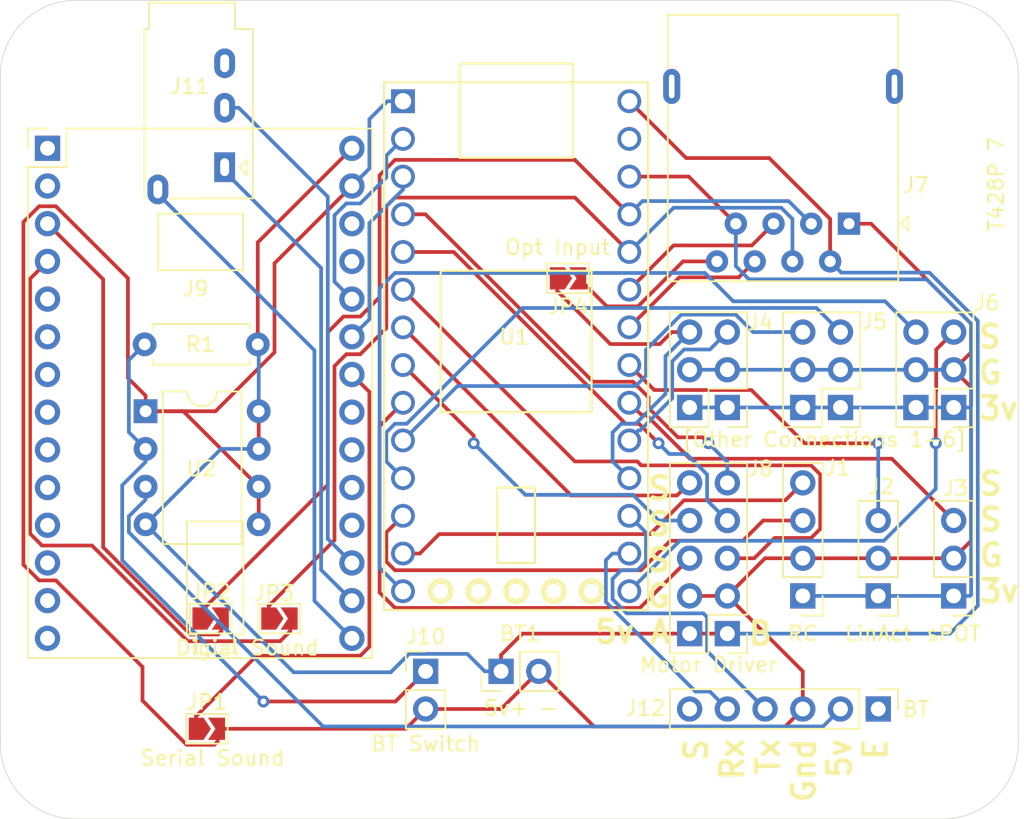
<source format=kicad_pcb>
(kicad_pcb (version 20171130) (host pcbnew "(5.1.2)-2")

  (general
    (thickness 1.6)
    (drawings 15)
    (tracks 375)
    (zones 0)
    (modules 24)
    (nets 59)
  )

  (page A4)
  (layers
    (0 F.Cu signal)
    (31 B.Cu signal)
    (32 B.Adhes user)
    (33 F.Adhes user)
    (34 B.Paste user)
    (35 F.Paste user)
    (36 B.SilkS user)
    (37 F.SilkS user)
    (38 B.Mask user)
    (39 F.Mask user)
    (40 Dwgs.User user)
    (41 Cmts.User user)
    (42 Eco1.User user)
    (43 Eco2.User user)
    (44 Edge.Cuts user)
    (45 Margin user)
    (46 B.CrtYd user)
    (47 F.CrtYd user)
    (48 B.Fab user)
    (49 F.Fab user)
  )

  (setup
    (last_trace_width 0.25)
    (trace_clearance 0.2)
    (zone_clearance 0.508)
    (zone_45_only no)
    (trace_min 0.2)
    (via_size 0.8)
    (via_drill 0.4)
    (via_min_size 0.4)
    (via_min_drill 0.3)
    (uvia_size 0.3)
    (uvia_drill 0.1)
    (uvias_allowed no)
    (uvia_min_size 0.2)
    (uvia_min_drill 0.1)
    (edge_width 0.05)
    (segment_width 0.2)
    (pcb_text_width 0.3)
    (pcb_text_size 1.5 1.5)
    (mod_edge_width 0.12)
    (mod_text_size 1 1)
    (mod_text_width 0.15)
    (pad_size 1.7 1.7)
    (pad_drill 1)
    (pad_to_mask_clearance 0.051)
    (solder_mask_min_width 0.25)
    (aux_axis_origin 0 0)
    (visible_elements 7FFFFFFF)
    (pcbplotparams
      (layerselection 0x010fc_ffffffff)
      (usegerberextensions false)
      (usegerberattributes false)
      (usegerberadvancedattributes false)
      (creategerberjobfile false)
      (excludeedgelayer true)
      (linewidth 0.100000)
      (plotframeref false)
      (viasonmask false)
      (mode 1)
      (useauxorigin false)
      (hpglpennumber 1)
      (hpglpenspeed 20)
      (hpglpendiameter 15.000000)
      (psnegative false)
      (psa4output false)
      (plotreference true)
      (plotvalue true)
      (plotinvisibletext false)
      (padsonsilk false)
      (subtractmaskfromsilk false)
      (outputformat 1)
      (mirror false)
      (drillshape 0)
      (scaleselection 1)
      (outputdirectory "Gerbers/"))
  )

  (net 0 "")
  (net 1 "Net-(J1-Pad3)")
  (net 2 "Net-(J1-Pad4)")
  (net 3 "Net-(J2-Pad3)")
  (net 4 "Net-(J3-Pad3)")
  (net 5 "Net-(J4-Pad6)")
  (net 6 "Net-(J5-Pad6)")
  (net 7 "Net-(J6-Pad6)")
  (net 8 "Net-(J7-Pad5)")
  (net 9 "Net-(J7-Pad6)")
  (net 10 "Net-(J7-Pad8)")
  (net 11 "Net-(J12-Pad1)")
  (net 12 "Net-(J12-Pad6)")
  (net 13 "Net-(J4-Pad5)")
  (net 14 "Net-(J5-Pad5)")
  (net 15 "Net-(J6-Pad5)")
  (net 16 "Net-(J8-Pad5)")
  (net 17 "Net-(J8-Pad6)")
  (net 18 "Net-(J8-Pad7)")
  (net 19 "Net-(J8-Pad8)")
  (net 20 "Net-(J8-Pad9)")
  (net 21 "Net-(J8-Pad10)")
  (net 22 "Net-(J12-Pad4)")
  (net 23 "Net-(J12-Pad5)")
  (net 24 +5V)
  (net 25 GND)
  (net 26 +3V3)
  (net 27 "Net-(J7-Pad3)")
  (net 28 "Net-(J7-Pad4)")
  (net 29 "Net-(J9-Pad1)")
  (net 30 "Net-(J9-Pad3)")
  (net 31 "Net-(J9-Pad6)")
  (net 32 "Net-(J9-Pad8)")
  (net 33 "Net-(J9-Pad9)")
  (net 34 "Net-(J9-Pad10)")
  (net 35 "Net-(J9-Pad11)")
  (net 36 "Net-(J9-Pad12)")
  (net 37 "Net-(J9-Pad13)")
  (net 38 "Net-(J9-Pad14)")
  (net 39 "Net-(J9-Pad15)")
  (net 40 "Net-(J9-Pad16)")
  (net 41 "Net-(J9-Pad17)")
  (net 42 "Net-(J9-Pad19)")
  (net 43 "Net-(J9-Pad21)")
  (net 44 "Net-(U1-Pad27)")
  (net 45 "Net-(J9-Pad5)")
  (net 46 "Net-(J9-Pad7)")
  (net 47 "Net-(J12-Pad2)")
  (net 48 "Net-(J10-Pad1)")
  (net 49 "Net-(J11-PadS)")
  (net 50 "Net-(J11-PadT)")
  (net 51 "Net-(J11-PadR1)")
  (net 52 "Net-(J11-PadR2)")
  (net 53 "Net-(J9-Pad18)")
  (net 54 "Net-(J9-Pad20)")
  (net 55 "Net-(J9-Pad22)")
  (net 56 "Net-(J9-Pad23)")
  (net 57 "Net-(J9-Pad25)")
  (net 58 "Net-(J9-Pad27)")

  (net_class Default "This is the default net class."
    (clearance 0.2)
    (trace_width 0.25)
    (via_dia 0.8)
    (via_drill 0.4)
    (uvia_dia 0.3)
    (uvia_drill 0.1)
    (add_net +3V3)
    (add_net +5V)
    (add_net GND)
    (add_net "Net-(J1-Pad3)")
    (add_net "Net-(J1-Pad4)")
    (add_net "Net-(J10-Pad1)")
    (add_net "Net-(J11-PadR1)")
    (add_net "Net-(J11-PadR2)")
    (add_net "Net-(J11-PadS)")
    (add_net "Net-(J11-PadT)")
    (add_net "Net-(J12-Pad1)")
    (add_net "Net-(J12-Pad2)")
    (add_net "Net-(J12-Pad4)")
    (add_net "Net-(J12-Pad5)")
    (add_net "Net-(J12-Pad6)")
    (add_net "Net-(J2-Pad3)")
    (add_net "Net-(J3-Pad3)")
    (add_net "Net-(J4-Pad5)")
    (add_net "Net-(J4-Pad6)")
    (add_net "Net-(J5-Pad5)")
    (add_net "Net-(J5-Pad6)")
    (add_net "Net-(J6-Pad5)")
    (add_net "Net-(J6-Pad6)")
    (add_net "Net-(J7-Pad3)")
    (add_net "Net-(J7-Pad4)")
    (add_net "Net-(J7-Pad5)")
    (add_net "Net-(J7-Pad6)")
    (add_net "Net-(J7-Pad8)")
    (add_net "Net-(J8-Pad10)")
    (add_net "Net-(J8-Pad5)")
    (add_net "Net-(J8-Pad6)")
    (add_net "Net-(J8-Pad7)")
    (add_net "Net-(J8-Pad8)")
    (add_net "Net-(J8-Pad9)")
    (add_net "Net-(J9-Pad1)")
    (add_net "Net-(J9-Pad10)")
    (add_net "Net-(J9-Pad11)")
    (add_net "Net-(J9-Pad12)")
    (add_net "Net-(J9-Pad13)")
    (add_net "Net-(J9-Pad14)")
    (add_net "Net-(J9-Pad15)")
    (add_net "Net-(J9-Pad16)")
    (add_net "Net-(J9-Pad17)")
    (add_net "Net-(J9-Pad18)")
    (add_net "Net-(J9-Pad19)")
    (add_net "Net-(J9-Pad20)")
    (add_net "Net-(J9-Pad21)")
    (add_net "Net-(J9-Pad22)")
    (add_net "Net-(J9-Pad23)")
    (add_net "Net-(J9-Pad25)")
    (add_net "Net-(J9-Pad27)")
    (add_net "Net-(J9-Pad3)")
    (add_net "Net-(J9-Pad5)")
    (add_net "Net-(J9-Pad6)")
    (add_net "Net-(J9-Pad7)")
    (add_net "Net-(J9-Pad8)")
    (add_net "Net-(J9-Pad9)")
    (add_net "Net-(U1-Pad27)")
  )

  (module "Useful Modifications:RJ45_x08_Horizontal_tabs" (layer F.Cu) (tedit 5EE05F65) (tstamp 5D5E6024)
    (at 165.354 83.8835 180)
    (descr "8 Pol Shallow Latch Connector, Modjack, RJ45 (https://cdn.amphenol-icc.com/media/wysiwyg/files/drawing/c-bmj-0102.pdf)")
    (tags RJ45)
    (path /5D627B3B)
    (fp_text reference J7 (at -4.5085 2.6035) (layer F.SilkS)
      (effects (font (size 1 1) (thickness 0.15)))
    )
    (fp_text value 8P8C (at 4.445 4) (layer F.Fab)
      (effects (font (size 1 1) (thickness 0.15)))
    )
    (fp_line (start 12.205 -3.88) (end 12.205 8.06) (layer F.SilkS) (width 0.12))
    (fp_line (start 12.2047 10.4357) (end 12.2047 14.0757) (layer F.SilkS) (width 0.12))
    (fp_line (start 12.6 14.47) (end -3.71 14.47) (layer F.CrtYd) (width 0.05))
    (fp_line (start 12.6 14.47) (end 12.6 -4.27) (layer F.CrtYd) (width 0.05))
    (fp_line (start -3.71 -4.27) (end -3.71 14.47) (layer F.CrtYd) (width 0.05))
    (fp_line (start -3.71 -4.27) (end 12.6 -4.27) (layer F.CrtYd) (width 0.05))
    (fp_line (start -3.315 -3.88) (end -3.315 8.06) (layer F.SilkS) (width 0.12))
    (fp_line (start 12.205 -3.88) (end -3.315 -3.88) (layer F.SilkS) (width 0.12))
    (fp_line (start -3.315 10.44) (end -3.315 14.08) (layer F.SilkS) (width 0.12))
    (fp_line (start -3.315 14.08) (end 12.205 14.08) (layer F.SilkS) (width 0.12))
    (fp_line (start -3.205 -2.77) (end -2.205 -3.77) (layer F.Fab) (width 0.12))
    (fp_line (start -2.205 -3.77) (end 12.095 -3.77) (layer F.Fab) (width 0.12))
    (fp_line (start 12.095 -3.77) (end 12.095 13.97) (layer F.Fab) (width 0.12))
    (fp_line (start 12.095 13.97) (end -3.205 13.97) (layer F.Fab) (width 0.12))
    (fp_line (start -3.205 13.97) (end -3.205 -2.77) (layer F.Fab) (width 0.12))
    (fp_line (start -3.5 0) (end -4 -0.5) (layer F.SilkS) (width 0.12))
    (fp_line (start -4 -0.5) (end -4 0.5) (layer F.SilkS) (width 0.12))
    (fp_line (start -4 0.5) (end -3.5 0) (layer F.SilkS) (width 0.12))
    (fp_text user %R (at 4.445 2) (layer F.Fab)
      (effects (font (size 1 1) (thickness 0.15)))
    )
    (pad 10 thru_hole oval (at 11.938 9.25195 180) (size 1.14 2.362) (drill oval 0.381 1.6) (layers *.Cu *.Mask))
    (pad 9 thru_hole oval (at -3.0607 9.25195 180) (size 1.14 2.362) (drill oval 0.381 1.6) (layers *.Cu *.Mask))
    (pad 8 thru_hole circle (at 8.89 -2.54 180) (size 1.5 1.5) (drill 0.76) (layers *.Cu *.Mask)
      (net 10 "Net-(J7-Pad8)"))
    (pad 7 thru_hole circle (at 7.62 0 180) (size 1.5 1.5) (drill 0.76) (layers *.Cu *.Mask)
      (net 26 +3V3))
    (pad 6 thru_hole circle (at 6.35 -2.54 180) (size 1.5 1.5) (drill 0.76) (layers *.Cu *.Mask)
      (net 9 "Net-(J7-Pad6)"))
    (pad 5 thru_hole circle (at 5.08 0 180) (size 1.5 1.5) (drill 0.76) (layers *.Cu *.Mask)
      (net 8 "Net-(J7-Pad5)"))
    (pad 4 thru_hole circle (at 3.81 -2.54 180) (size 1.5 1.5) (drill 0.76) (layers *.Cu *.Mask)
      (net 28 "Net-(J7-Pad4)"))
    (pad 3 thru_hole circle (at 2.54 0 180) (size 1.5 1.5) (drill 0.76) (layers *.Cu *.Mask)
      (net 27 "Net-(J7-Pad3)"))
    (pad 2 thru_hole circle (at 1.27 -2.54 180) (size 1.5 1.5) (drill 0.76) (layers *.Cu *.Mask)
      (net 24 +5V))
    (pad 1 thru_hole rect (at 0 0 180) (size 1.5 1.5) (drill 0.76) (layers *.Cu *.Mask)
      (net 25 GND))
    (pad "" np_thru_hole circle (at -1.27 6.35 180) (size 3.200001 3.200001) (drill 3.200001) (layers *.Cu *.Mask))
    (pad "" np_thru_hole circle (at 10.16 6.35 180) (size 3.2 3.2) (drill 3.2) (layers *.Cu *.Mask))
    (model ${KISYS3DMOD}/Connector_RJ.3dshapes/RJ45_Amphenol_54602-x08_Horizontal.wrl
      (at (xyz 0 0 0))
      (scale (xyz 1 1 1))
      (rotate (xyz 0 0 0))
    )
  )

  (module "Useful Modifications:FXSound_HeadPhone_2x14_P2.54mm_Short" (layer F.Cu) (tedit 5E8D1CC0) (tstamp 5E8D17F2)
    (at 111.379 78.8035)
    (descr "Through hole straight pin header, 2x14, 2.54mm pitch, double rows")
    (tags "Through hole pin header THT 2x14 2.54mm double row")
    (path /5E8DA0AA)
    (fp_text reference J9 (at 9.9822 9.4615) (layer F.SilkS)
      (effects (font (size 1 1) (thickness 0.15)))
    )
    (fp_text value 28Pin_FXSound (at 9.017 14.986) (layer F.Fab)
      (effects (font (size 1 1) (thickness 0.15)))
    )
    (fp_line (start 0 -1.27) (end 21.81 -1.27) (layer F.Fab) (width 0.1))
    (fp_line (start 21.81 -1.27) (end 21.81 34.29) (layer F.Fab) (width 0.1))
    (fp_line (start 21.81 34.29) (end -1.27 34.29) (layer F.Fab) (width 0.1))
    (fp_line (start -1.27 34.29) (end -1.27 0) (layer F.Fab) (width 0.1))
    (fp_line (start -1.27 0) (end 0 -1.27) (layer F.Fab) (width 0.1))
    (fp_line (start -1.33 34.35) (end 21.87 34.35) (layer F.SilkS) (width 0.12))
    (fp_line (start -1.33 1.27) (end -1.33 34.35) (layer F.SilkS) (width 0.12))
    (fp_line (start 21.87 -1.33) (end 21.87 34.35) (layer F.SilkS) (width 0.12))
    (fp_line (start -1.33 1.27) (end 1.27 1.27) (layer F.SilkS) (width 0.12))
    (fp_line (start 1.27 1.27) (end 1.27 -1.33) (layer F.SilkS) (width 0.12))
    (fp_line (start 1.27 -1.33) (end 21.87 -1.33) (layer F.SilkS) (width 0.12))
    (fp_line (start -1.33 0) (end -1.33 -1.33) (layer F.SilkS) (width 0.12))
    (fp_line (start -1.33 -1.33) (end 0 -1.33) (layer F.SilkS) (width 0.12))
    (fp_line (start -1.8 -2) (end -1.8 35) (layer F.CrtYd) (width 0.05))
    (fp_line (start -1.8 35) (end 1.8 35) (layer F.CrtYd) (width 0.05))
    (fp_line (start 1.8 35) (end 1.8 -2) (layer F.CrtYd) (width 0.05))
    (fp_line (start 1.8 -2) (end -1.8 -2) (layer F.CrtYd) (width 0.05))
    (fp_text user %R (at 1.778 17.018 90) (layer F.Fab)
      (effects (font (size 1 1) (thickness 0.15)))
    )
    (fp_line (start 9.3853 25.146) (end 13.1953 25.146) (layer F.SilkS) (width 0.12))
    (fp_line (start 9.3853 25.146) (end 9.3853 32.766) (layer F.SilkS) (width 0.12))
    (fp_line (start 9.3853 32.766) (end 10.0203 32.766) (layer F.SilkS) (width 0.12))
    (fp_line (start 10.0203 32.766) (end 10.0203 34.036) (layer F.SilkS) (width 0.12))
    (fp_line (start 13.1953 25.146) (end 13.1953 32.766) (layer F.SilkS) (width 0.12))
    (fp_line (start 12.5603 32.766) (end 13.1953 32.766) (layer F.SilkS) (width 0.12))
    (fp_line (start 12.5603 32.766) (end 12.5603 34.036) (layer F.SilkS) (width 0.12))
    (fp_line (start 10.0203 34.036) (end 12.5603 34.036) (layer F.SilkS) (width 0.12))
    (fp_line (start 7.4549 4.4069) (end 13.1699 4.4069) (layer F.SilkS) (width 0.12))
    (fp_line (start 13.1699 4.4069) (end 13.1699 8.2169) (layer F.SilkS) (width 0.12))
    (fp_line (start 13.1699 8.2169) (end 7.4549 8.2169) (layer F.SilkS) (width 0.12))
    (fp_line (start 7.4549 8.2169) (end 7.4549 4.4069) (layer F.SilkS) (width 0.12))
    (fp_line (start 18.6 35) (end 22.2 35) (layer F.CrtYd) (width 0.05))
    (fp_line (start 18.6 -2) (end 22.2 -2) (layer F.CrtYd) (width 0.05))
    (fp_line (start 18.6 35) (end 18.6 -2) (layer F.CrtYd) (width 0.05))
    (fp_line (start 22.2 35) (end 22.2 -2) (layer F.CrtYd) (width 0.05))
    (pad 1 thru_hole rect (at 0 0) (size 1.7 1.7) (drill 1) (layers *.Cu *.Mask)
      (net 29 "Net-(J9-Pad1)"))
    (pad 2 thru_hole oval (at 20.5 0) (size 1.7 1.7) (drill 1) (layers *.Cu *.Mask)
      (net 24 +5V))
    (pad 3 thru_hole oval (at 0 2.54) (size 1.7 1.7) (drill 1) (layers *.Cu *.Mask)
      (net 30 "Net-(J9-Pad3)"))
    (pad 4 thru_hole oval (at 20.5 2.54) (size 1.7 1.7) (drill 1) (layers *.Cu *.Mask)
      (net 25 GND))
    (pad 5 thru_hole oval (at 0 5.08) (size 1.7 1.7) (drill 1) (layers *.Cu *.Mask)
      (net 45 "Net-(J9-Pad5)"))
    (pad 6 thru_hole oval (at 20.5 5.08) (size 1.7 1.7) (drill 1) (layers *.Cu *.Mask)
      (net 31 "Net-(J9-Pad6)"))
    (pad 7 thru_hole oval (at 0 7.62) (size 1.7 1.7) (drill 1) (layers *.Cu *.Mask)
      (net 46 "Net-(J9-Pad7)"))
    (pad 8 thru_hole oval (at 20.5 7.62) (size 1.7 1.7) (drill 1) (layers *.Cu *.Mask)
      (net 32 "Net-(J9-Pad8)"))
    (pad 9 thru_hole oval (at 0 10.16) (size 1.7 1.7) (drill 1) (layers *.Cu *.Mask)
      (net 33 "Net-(J9-Pad9)"))
    (pad 10 thru_hole oval (at 20.5 10.16) (size 1.7 1.7) (drill 1) (layers *.Cu *.Mask)
      (net 34 "Net-(J9-Pad10)"))
    (pad 11 thru_hole oval (at 0 12.7) (size 1.7 1.7) (drill 1) (layers *.Cu *.Mask)
      (net 35 "Net-(J9-Pad11)"))
    (pad 12 thru_hole oval (at 20.5 12.7) (size 1.7 1.7) (drill 1) (layers *.Cu *.Mask)
      (net 36 "Net-(J9-Pad12)"))
    (pad 13 thru_hole oval (at 0 15.24) (size 1.7 1.7) (drill 1) (layers *.Cu *.Mask)
      (net 37 "Net-(J9-Pad13)"))
    (pad 14 thru_hole oval (at 20.5 15.24) (size 1.7 1.7) (drill 1) (layers *.Cu *.Mask)
      (net 38 "Net-(J9-Pad14)"))
    (pad 15 thru_hole oval (at 0 17.78) (size 1.7 1.7) (drill 1) (layers *.Cu *.Mask)
      (net 39 "Net-(J9-Pad15)"))
    (pad 16 thru_hole oval (at 20.5 17.78) (size 1.7 1.7) (drill 1) (layers *.Cu *.Mask)
      (net 40 "Net-(J9-Pad16)"))
    (pad 17 thru_hole oval (at 0 20.32) (size 1.7 1.7) (drill 1) (layers *.Cu *.Mask)
      (net 41 "Net-(J9-Pad17)"))
    (pad 18 thru_hole oval (at 20.5 20.32) (size 1.7 1.7) (drill 1) (layers *.Cu *.Mask)
      (net 53 "Net-(J9-Pad18)"))
    (pad 19 thru_hole oval (at 0 22.86) (size 1.7 1.7) (drill 1) (layers *.Cu *.Mask)
      (net 42 "Net-(J9-Pad19)"))
    (pad 20 thru_hole oval (at 20.5 22.86) (size 1.7 1.7) (drill 1) (layers *.Cu *.Mask)
      (net 54 "Net-(J9-Pad20)"))
    (pad 21 thru_hole oval (at 0 25.4) (size 1.7 1.7) (drill 1) (layers *.Cu *.Mask)
      (net 43 "Net-(J9-Pad21)"))
    (pad 22 thru_hole oval (at 20.5 25.4) (size 1.7 1.7) (drill 1) (layers *.Cu *.Mask)
      (net 55 "Net-(J9-Pad22)"))
    (pad 23 thru_hole oval (at 0 27.94) (size 1.7 1.7) (drill 1) (layers *.Cu *.Mask)
      (net 56 "Net-(J9-Pad23)"))
    (pad 24 thru_hole oval (at 20.5 27.94) (size 1.7 1.7) (drill 1) (layers *.Cu *.Mask)
      (net 51 "Net-(J11-PadR1)"))
    (pad 25 thru_hole oval (at 0 30.48) (size 1.7 1.7) (drill 1) (layers *.Cu *.Mask)
      (net 57 "Net-(J9-Pad25)"))
    (pad 26 thru_hole oval (at 20.5 30.48) (size 1.7 1.7) (drill 1) (layers *.Cu *.Mask)
      (net 50 "Net-(J11-PadT)"))
    (pad 27 thru_hole oval (at 0 33.02) (size 1.7 1.7) (drill 1) (layers *.Cu *.Mask)
      (net 58 "Net-(J9-Pad27)"))
    (pad 28 thru_hole oval (at 20.5 33.02) (size 1.7 1.7) (drill 1) (layers *.Cu *.Mask)
      (net 49 "Net-(J11-PadS)"))
    (model ${KISYS3DMOD}/Connector_PinHeader_2.54mm.3dshapes/PinHeader_2x14_P2.54mm_Vertical.wrl
      (at (xyz 0 0 0))
      (scale (xyz 1 1 1))
      (rotate (xyz 0 0 0))
    )
  )

  (module "Useful Modifications:Jack_3.5mm_PJ320A_Horizontal" (layer F.Cu) (tedit 5DD8AA7D) (tstamp 5DD8A9DA)
    (at 118.8085 80.0735)
    (descr "Headphones with microphone connector, 3.5mm, 4 pins (http://www.qingpu-electronics.com/en/products/WQP-PJ320E-177.html)")
    (tags "3.5mm jack mic microphone phones headphones 4pins audio plug")
    (path /5D9CA707)
    (fp_text reference J11 (at 2.159 -5.461) (layer F.SilkS)
      (effects (font (size 1 1) (thickness 0.15)))
    )
    (fp_text value AudioJack4 (at 2.667 -9.8425) (layer F.Fab)
      (effects (font (size 1 1) (thickness 0.15)))
    )
    (fp_text user %R (at 2.0955 -3.8735) (layer F.Fab)
      (effects (font (size 1 1) (thickness 0.15)))
    )
    (fp_line (start 5.9799 -0.4746) (end 5.4799 0.0254) (layer F.SilkS) (width 0.12))
    (fp_line (start 5.9799 0.5254) (end 5.9799 -0.4746) (layer F.SilkS) (width 0.12))
    (fp_line (start 5.4799 0.0254) (end 5.9799 0.5254) (layer F.SilkS) (width 0.12))
    (fp_line (start 6.3 2) (end 0.9271 2) (layer F.Fab) (width 0.1))
    (fp_line (start -0.8 2) (end -0.8 -9.2) (layer F.Fab) (width 0.1))
    (fp_line (start -0.8 -9.2) (end -0.5 -9.2) (layer F.Fab) (width 0.1))
    (fp_line (start -0.5 -9.2) (end -0.5 -10.984) (layer F.Fab) (width 0.1))
    (fp_line (start -0.5 -10.984) (end 5.1 -10.984) (layer F.Fab) (width 0.1))
    (fp_line (start 5.1 -10.984) (end 5.1 -9.2) (layer F.Fab) (width 0.1))
    (fp_line (start 5.1 -9.2) (end 6.3 -9.2) (layer F.Fab) (width 0.1))
    (fp_line (start 6.3 -9.2) (end 6.3 2) (layer F.Fab) (width 0.1))
    (fp_line (start -0.9 -9.3) (end -0.9 2.1) (layer F.SilkS) (width 0.12))
    (fp_line (start 0.8509 2.1082) (end 6.4 2.1) (layer F.SilkS) (width 0.12))
    (fp_line (start -1.3 3) (end 6.8 3) (layer F.CrtYd) (width 0.05))
    (fp_line (start -1.3 -11.184) (end -1.3 3) (layer F.CrtYd) (width 0.05))
    (fp_line (start 6.8 -11.184) (end 6.8 3) (layer F.CrtYd) (width 0.05))
    (fp_line (start 5.2 -9.3) (end 6.4 -9.3) (layer F.SilkS) (width 0.12))
    (fp_line (start -0.9 -9.3) (end -0.6 -9.3) (layer F.SilkS) (width 0.12))
    (fp_line (start 5.2 -11.084) (end -0.6 -11.084) (layer F.SilkS) (width 0.12))
    (fp_line (start 6.4 -9.3) (end 6.4 2.1) (layer F.SilkS) (width 0.12))
    (fp_line (start 5.2 -9.3) (end 5.2 -11.084) (layer F.SilkS) (width 0.12))
    (fp_line (start -0.6 -9.3) (end -0.6 -11.084) (layer F.SilkS) (width 0.12))
    (fp_line (start -1.3 -11.184) (end 6.8 -11.184) (layer F.CrtYd) (width 0.05))
    (fp_circle (center 0.9 0) (end 1.2 0.15) (layer F.Fab) (width 0.12))
    (pad S thru_hole oval (at 0 1.5 270) (size 2 1.4) (drill oval 1.2 0.6) (layers *.Cu *.Mask)
      (net 49 "Net-(J11-PadS)"))
    (pad T thru_hole rect (at 4.5 0 270) (size 2 1.4) (drill oval 1.2 0.6) (layers *.Cu *.Mask)
      (net 50 "Net-(J11-PadT)"))
    (pad R1 thru_hole oval (at 4.5 -4 270) (size 2 1.4) (drill oval 1.2 0.6) (layers *.Cu *.Mask)
      (net 51 "Net-(J11-PadR1)"))
    (pad R2 thru_hole oval (at 4.5 -7 270) (size 2 1.4) (drill oval 1.2 0.6) (layers *.Cu *.Mask)
      (net 52 "Net-(J11-PadR2)"))
    (pad "" np_thru_hole circle (at 2 -8.5 270) (size 1.2 1.2) (drill 1.2) (layers *.Cu *.Mask))
    (pad "" np_thru_hole circle (at 2 -1.5 270) (size 1.2 1.2) (drill 1.2) (layers *.Cu *.Mask))
    (model ${KISYS3DMOD}/Connector_Audio.3dshapes/Jack_3.5mm_PJ320E_Horizontal.wrl
      (at (xyz 0 0 0))
      (scale (xyz 1 1 1))
      (rotate (xyz 0 0 0))
    )
  )

  (module Connector_PinHeader_2.54mm:PinHeader_1x03_P2.54mm_Vertical (layer F.Cu) (tedit 59FED5CC) (tstamp 5D5E5FB1)
    (at 172.4025 108.966 180)
    (descr "Through hole straight pin header, 1x03, 2.54mm pitch, single row")
    (tags "Through hole pin header THT 1x03 2.54mm single row")
    (path /5D5C3369)
    (fp_text reference J3 (at -0.127 7.239) (layer F.SilkS)
      (effects (font (size 1 1) (thickness 0.15)))
    )
    (fp_text value sPOT (at 0 -2.54) (layer F.SilkS)
      (effects (font (size 1 1) (thickness 0.15)))
    )
    (fp_text user %R (at 0 2.54 90) (layer F.Fab)
      (effects (font (size 1 1) (thickness 0.15)))
    )
    (fp_line (start 1.8 -1.8) (end -1.8 -1.8) (layer F.CrtYd) (width 0.05))
    (fp_line (start 1.8 6.85) (end 1.8 -1.8) (layer F.CrtYd) (width 0.05))
    (fp_line (start -1.8 6.85) (end 1.8 6.85) (layer F.CrtYd) (width 0.05))
    (fp_line (start -1.8 -1.8) (end -1.8 6.85) (layer F.CrtYd) (width 0.05))
    (fp_line (start -1.33 -1.33) (end 0 -1.33) (layer F.SilkS) (width 0.12))
    (fp_line (start -1.33 0) (end -1.33 -1.33) (layer F.SilkS) (width 0.12))
    (fp_line (start -1.33 1.27) (end 1.33 1.27) (layer F.SilkS) (width 0.12))
    (fp_line (start 1.33 1.27) (end 1.33 6.41) (layer F.SilkS) (width 0.12))
    (fp_line (start -1.33 1.27) (end -1.33 6.41) (layer F.SilkS) (width 0.12))
    (fp_line (start -1.33 6.41) (end 1.33 6.41) (layer F.SilkS) (width 0.12))
    (fp_line (start -1.27 -0.635) (end -0.635 -1.27) (layer F.Fab) (width 0.1))
    (fp_line (start -1.27 6.35) (end -1.27 -0.635) (layer F.Fab) (width 0.1))
    (fp_line (start 1.27 6.35) (end -1.27 6.35) (layer F.Fab) (width 0.1))
    (fp_line (start 1.27 -1.27) (end 1.27 6.35) (layer F.Fab) (width 0.1))
    (fp_line (start -0.635 -1.27) (end 1.27 -1.27) (layer F.Fab) (width 0.1))
    (pad 3 thru_hole oval (at 0 5.08 180) (size 1.7 1.7) (drill 1) (layers *.Cu *.Mask)
      (net 4 "Net-(J3-Pad3)"))
    (pad 2 thru_hole oval (at 0 2.54 180) (size 1.7 1.7) (drill 1) (layers *.Cu *.Mask)
      (net 25 GND))
    (pad 1 thru_hole rect (at 0 0 180) (size 1.7 1.7) (drill 1) (layers *.Cu *.Mask)
      (net 26 +3V3))
    (model ${KISYS3DMOD}/Connector_PinHeader_2.54mm.3dshapes/PinHeader_1x03_P2.54mm_Vertical.wrl
      (at (xyz 0 0 0))
      (scale (xyz 1 1 1))
      (rotate (xyz 0 0 0))
    )
  )

  (module Jumper:SolderJumper-2_P1.3mm_Open_TrianglePad1.0x1.5mm (layer F.Cu) (tedit 5D7F17E1) (tstamp 5D7ED9EC)
    (at 122.1105 117.9195)
    (descr "SMD Solder Jumper, 1x1.5mm Triangular Pads, 0.3mm gap, open")
    (tags "solder jumper open")
    (path /5D7E0F89)
    (attr virtual)
    (fp_text reference JP1 (at 0 -1.8) (layer F.SilkS)
      (effects (font (size 1 1) (thickness 0.15)))
    )
    (fp_text value "Serial Sound" (at 0.381 1.9685) (layer F.SilkS)
      (effects (font (size 1 1) (thickness 0.15)))
    )
    (fp_line (start 1.65 1.25) (end -1.65 1.25) (layer F.CrtYd) (width 0.05))
    (fp_line (start 1.65 1.25) (end 1.65 -1.25) (layer F.CrtYd) (width 0.05))
    (fp_line (start -1.65 -1.25) (end -1.65 1.25) (layer F.CrtYd) (width 0.05))
    (fp_line (start -1.65 -1.25) (end 1.65 -1.25) (layer F.CrtYd) (width 0.05))
    (fp_line (start -1.4 -1) (end 1.4 -1) (layer F.SilkS) (width 0.12))
    (fp_line (start 1.4 -1) (end 1.4 1) (layer F.SilkS) (width 0.12))
    (fp_line (start 1.4 1) (end -1.4 1) (layer F.SilkS) (width 0.12))
    (fp_line (start -1.4 1) (end -1.4 -1) (layer F.SilkS) (width 0.12))
    (pad 1 smd custom (at -0.725 0) (size 0.3 0.3) (layers F.Cu F.Mask)
      (net 38 "Net-(J9-Pad14)") (zone_connect 2)
      (options (clearance outline) (anchor rect))
      (primitives
        (gr_poly (pts
           (xy -0.5 -0.75) (xy 0.5 -0.75) (xy 1 0) (xy 0.5 0.75) (xy -0.5 0.75)
) (width 0))
      ))
    (pad 2 smd custom (at 0.725 0) (size 0.3 0.3) (layers F.Cu F.Mask)
      (net 25 GND) (zone_connect 2)
      (options (clearance outline) (anchor rect))
      (primitives
        (gr_poly (pts
           (xy -0.65 -0.75) (xy 0.5 -0.75) (xy 0.5 0.75) (xy -0.65 0.75) (xy -0.15 0)
) (width 0))
      ))
  )

  (module Jumper:SolderJumper-2_P1.3mm_Open_TrianglePad1.0x1.5mm (layer F.Cu) (tedit 5D7F1792) (tstamp 5D7EDA88)
    (at 127 110.49)
    (descr "SMD Solder Jumper, 1x1.5mm Triangular Pads, 0.3mm gap, open")
    (tags "solder jumper open")
    (path /5D7F8155)
    (attr virtual)
    (fp_text reference JP3 (at -0.373501 -1.719501) (layer F.SilkS)
      (effects (font (size 1 1) (thickness 0.15)))
    )
    (fp_text value "Digial Sound" (at -2.159 1.966) (layer F.SilkS)
      (effects (font (size 1 1) (thickness 0.15)))
    )
    (fp_line (start 1.65 1.25) (end -1.65 1.25) (layer F.CrtYd) (width 0.05))
    (fp_line (start 1.65 1.25) (end 1.65 -1.25) (layer F.CrtYd) (width 0.05))
    (fp_line (start -1.65 -1.25) (end -1.65 1.25) (layer F.CrtYd) (width 0.05))
    (fp_line (start -1.65 -1.25) (end 1.65 -1.25) (layer F.CrtYd) (width 0.05))
    (fp_line (start -1.4 -1) (end 1.4 -1) (layer F.SilkS) (width 0.12))
    (fp_line (start 1.4 -1) (end 1.4 1) (layer F.SilkS) (width 0.12))
    (fp_line (start 1.4 1) (end -1.4 1) (layer F.SilkS) (width 0.12))
    (fp_line (start -1.4 1) (end -1.4 -1) (layer F.SilkS) (width 0.12))
    (pad 1 smd custom (at -0.725 0) (size 0.3 0.3) (layers F.Cu F.Mask)
      (net 28 "Net-(J7-Pad4)") (zone_connect 2)
      (options (clearance outline) (anchor rect))
      (primitives
        (gr_poly (pts
           (xy -0.5 -0.75) (xy 0.5 -0.75) (xy 1 0) (xy 0.5 0.75) (xy -0.5 0.75)
) (width 0))
      ))
    (pad 2 smd custom (at 0.725 0) (size 0.3 0.3) (layers F.Cu F.Mask)
      (net 46 "Net-(J9-Pad7)") (zone_connect 2)
      (options (clearance outline) (anchor rect))
      (primitives
        (gr_poly (pts
           (xy -0.65 -0.75) (xy 0.5 -0.75) (xy 0.5 0.75) (xy -0.65 0.75) (xy -0.15 0)
) (width 0))
      ))
  )

  (module Jumper:SolderJumper-2_P1.3mm_Open_TrianglePad1.0x1.5mm (layer F.Cu) (tedit 5D7F1762) (tstamp 5D7ED9FA)
    (at 122.3645 110.49)
    (descr "SMD Solder Jumper, 1x1.5mm Triangular Pads, 0.3mm gap, open")
    (tags "solder jumper open")
    (path /5D7F71CD)
    (attr virtual)
    (fp_text reference JP2 (at 0 -1.8) (layer F.SilkS)
      (effects (font (size 1 1) (thickness 0.15)))
    )
    (fp_text value "Digial Sound" (at 1.9045 -0.066) (layer F.Fab)
      (effects (font (size 1 1) (thickness 0.15)))
    )
    (fp_line (start 1.65 1.25) (end -1.65 1.25) (layer F.CrtYd) (width 0.05))
    (fp_line (start 1.65 1.25) (end 1.65 -1.25) (layer F.CrtYd) (width 0.05))
    (fp_line (start -1.65 -1.25) (end -1.65 1.25) (layer F.CrtYd) (width 0.05))
    (fp_line (start -1.65 -1.25) (end 1.65 -1.25) (layer F.CrtYd) (width 0.05))
    (fp_line (start -1.4 -1) (end 1.4 -1) (layer F.SilkS) (width 0.12))
    (fp_line (start 1.4 -1) (end 1.4 1) (layer F.SilkS) (width 0.12))
    (fp_line (start 1.4 1) (end -1.4 1) (layer F.SilkS) (width 0.12))
    (fp_line (start -1.4 1) (end -1.4 -1) (layer F.SilkS) (width 0.12))
    (pad 1 smd custom (at -0.725 0) (size 0.3 0.3) (layers F.Cu F.Mask)
      (net 27 "Net-(J7-Pad3)") (zone_connect 2)
      (options (clearance outline) (anchor rect))
      (primitives
        (gr_poly (pts
           (xy -0.5 -0.75) (xy 0.5 -0.75) (xy 1 0) (xy 0.5 0.75) (xy -0.5 0.75)
) (width 0))
      ))
    (pad 2 smd custom (at 0.725 0) (size 0.3 0.3) (layers F.Cu F.Mask)
      (net 45 "Net-(J9-Pad5)") (zone_connect 2)
      (options (clearance outline) (anchor rect))
      (primitives
        (gr_poly (pts
           (xy -0.65 -0.75) (xy 0.5 -0.75) (xy 0.5 0.75) (xy -0.65 0.75) (xy -0.15 0)
) (width 0))
      ))
  )

  (module "Useful Modifications:Teensy40_NoMid" (layer F.Cu) (tedit 5D5DDE48) (tstamp 5D5E60DD)
    (at 142.8115 91.6305 270)
    (path /5D60B8C9)
    (fp_text reference U1 (at -0.127 0 180) (layer F.SilkS)
      (effects (font (size 1 1) (thickness 0.15)))
    )
    (fp_text value Teensy4.0_NoMid (at 1.27 0 180) (layer F.Fab)
      (effects (font (size 1 1) (thickness 0.15)))
    )
    (fp_line (start 4.953 4.953) (end 4.953 -5.207) (layer F.SilkS) (width 0.15))
    (fp_line (start -4.572 -5.207) (end -4.572 4.953) (layer F.SilkS) (width 0.15))
    (fp_line (start -4.572 4.953) (end 4.953 4.953) (layer F.SilkS) (width 0.15))
    (fp_line (start -4.572 -5.207) (end 4.953 -5.207) (layer F.SilkS) (width 0.15))
    (fp_line (start 18.288 -9.017) (end -17.272 -9.017) (layer F.SilkS) (width 0.15))
    (fp_line (start -17.272 8.763) (end 18.288 8.763) (layer F.SilkS) (width 0.15))
    (fp_line (start -17.272 3.683) (end -18.542 3.683) (layer F.SilkS) (width 0.15))
    (fp_line (start -18.542 3.683) (end -18.542 -3.937) (layer F.SilkS) (width 0.15))
    (fp_line (start -18.542 -3.937) (end -17.272 -3.937) (layer F.SilkS) (width 0.15))
    (fp_line (start -12.192 3.683) (end -12.192 -3.937) (layer F.SilkS) (width 0.15))
    (fp_line (start -12.192 -3.937) (end -17.272 -3.937) (layer F.SilkS) (width 0.15))
    (fp_line (start -12.192 3.683) (end -17.272 3.683) (layer F.SilkS) (width 0.15))
    (fp_line (start 10.033 -1.397) (end 15.113 -1.397) (layer F.SilkS) (width 0.15))
    (fp_line (start 15.113 -1.397) (end 15.113 1.143) (layer F.SilkS) (width 0.15))
    (fp_line (start 15.113 1.143) (end 10.033 1.143) (layer F.SilkS) (width 0.15))
    (fp_line (start 10.033 1.143) (end 10.033 -1.397) (layer F.SilkS) (width 0.15))
    (fp_line (start 18.288 -9.017) (end 18.288 8.763) (layer F.SilkS) (width 0.15))
    (fp_line (start -17.272 8.763) (end -17.272 -9.017) (layer F.SilkS) (width 0.15))
    (fp_circle (center 17.018 -5.207) (end 17.526 -4.953) (layer F.SilkS) (width 0.12))
    (fp_circle (center 17.018 -5.207) (end 17.272 -4.445) (layer F.SilkS) (width 0.12))
    (fp_circle (center 17.018 -5.207) (end 17.526 -4.699) (layer F.SilkS) (width 0.12))
    (fp_circle (center 17.018 -2.667) (end 17.526 -2.413) (layer F.SilkS) (width 0.12))
    (fp_circle (center 17.018 -2.667) (end 17.272 -1.905) (layer F.SilkS) (width 0.12))
    (fp_circle (center 17.018 -2.667) (end 17.526 -2.159) (layer F.SilkS) (width 0.12))
    (fp_circle (center 17.018 -0.127) (end 17.526 0.127) (layer F.SilkS) (width 0.12))
    (fp_circle (center 17.018 -0.127) (end 17.272 0.635) (layer F.SilkS) (width 0.12))
    (fp_circle (center 17.018 -0.127) (end 17.526 0.381) (layer F.SilkS) (width 0.12))
    (fp_circle (center 17.018 2.413) (end 17.526 2.667) (layer F.SilkS) (width 0.12))
    (fp_circle (center 17.018 2.413) (end 17.272 3.175) (layer F.SilkS) (width 0.12))
    (fp_circle (center 17.018 2.413) (end 17.526 2.921) (layer F.SilkS) (width 0.12))
    (fp_circle (center 17.018 4.953) (end 17.526 5.207) (layer F.SilkS) (width 0.12))
    (fp_circle (center 17.018 4.953) (end 17.272 5.715) (layer F.SilkS) (width 0.12))
    (fp_circle (center 17.018 4.953) (end 17.526 5.461) (layer F.SilkS) (width 0.12))
    (pad 14 thru_hole circle (at 17.018 7.493 270) (size 1.6 1.6) (drill 1.1) (layers *.Cu *.Mask)
      (net 7 "Net-(J6-Pad6)"))
    (pad 13 thru_hole circle (at 14.478 7.493 270) (size 1.6 1.6) (drill 1.1) (layers *.Cu *.Mask)
      (net 2 "Net-(J1-Pad4)"))
    (pad 12 thru_hole circle (at 11.938 7.493 270) (size 1.6 1.6) (drill 1.1) (layers *.Cu *.Mask)
      (net 1 "Net-(J1-Pad3)"))
    (pad 11 thru_hole circle (at 9.398 7.493 270) (size 1.6 1.6) (drill 1.1) (layers *.Cu *.Mask)
      (net 14 "Net-(J5-Pad5)"))
    (pad 10 thru_hole circle (at 6.858 7.493 270) (size 1.6 1.6) (drill 1.1) (layers *.Cu *.Mask)
      (net 6 "Net-(J5-Pad6)"))
    (pad 9 thru_hole circle (at 4.318 7.493 270) (size 1.6 1.6) (drill 1.1) (layers *.Cu *.Mask)
      (net 17 "Net-(J8-Pad6)"))
    (pad 8 thru_hole circle (at 1.778 7.493 270) (size 1.6 1.6) (drill 1.1) (layers *.Cu *.Mask)
      (net 19 "Net-(J8-Pad8)"))
    (pad 7 thru_hole circle (at -0.762 7.493 270) (size 1.6 1.6) (drill 1.1) (layers *.Cu *.Mask)
      (net 21 "Net-(J8-Pad10)"))
    (pad 6 thru_hole circle (at -3.302 7.493 270) (size 1.6 1.6) (drill 1.1) (layers *.Cu *.Mask)
      (net 16 "Net-(J8-Pad5)"))
    (pad 5 thru_hole circle (at -5.842 7.493 270) (size 1.6 1.6) (drill 1.1) (layers *.Cu *.Mask)
      (net 18 "Net-(J8-Pad7)"))
    (pad 4 thru_hole circle (at -8.382 7.493 270) (size 1.6 1.6) (drill 1.1) (layers *.Cu *.Mask)
      (net 20 "Net-(J8-Pad9)"))
    (pad 3 thru_hole circle (at -10.922 7.493 270) (size 1.6 1.6) (drill 1.1) (layers *.Cu *.Mask)
      (net 36 "Net-(J9-Pad12)"))
    (pad 2 thru_hole circle (at -13.462 7.493 270) (size 1.6 1.6) (drill 1.1) (layers *.Cu *.Mask)
      (net 34 "Net-(J9-Pad10)"))
    (pad 1 thru_hole rect (at -16.002 7.493 270) (size 1.6 1.6) (drill 1.1) (layers *.Cu *.Mask)
      (net 25 GND))
    (pad 15 thru_hole circle (at 17.018 -7.747 270) (size 1.6 1.6) (drill 1.1) (layers *.Cu *.Mask)
      (net 15 "Net-(J6-Pad5)"))
    (pad 16 thru_hole circle (at 14.478 -7.747 270) (size 1.6 1.6) (drill 1.1) (layers *.Cu *.Mask)
      (net 23 "Net-(J12-Pad5)"))
    (pad 17 thru_hole circle (at 11.938 -7.747 270) (size 1.6 1.6) (drill 1.1) (layers *.Cu *.Mask)
      (net 22 "Net-(J12-Pad4)"))
    (pad 18 thru_hole circle (at 9.398 -7.747 270) (size 1.6 1.6) (drill 1.1) (layers *.Cu *.Mask)
      (net 5 "Net-(J4-Pad6)"))
    (pad 19 thru_hole circle (at 6.858 -7.747 270) (size 1.6 1.6) (drill 1.1) (layers *.Cu *.Mask)
      (net 13 "Net-(J4-Pad5)"))
    (pad 20 thru_hole circle (at 4.318 -7.747 270) (size 1.6 1.6) (drill 1.1) (layers *.Cu *.Mask)
      (net 4 "Net-(J3-Pad3)"))
    (pad 21 thru_hole circle (at 1.778 -7.747 270) (size 1.6 1.6) (drill 1.1) (layers *.Cu *.Mask)
      (net 3 "Net-(J2-Pad3)"))
    (pad 22 thru_hole circle (at -0.762 -7.747 270) (size 1.6 1.6) (drill 1.1) (layers *.Cu *.Mask)
      (net 9 "Net-(J7-Pad6)"))
    (pad 23 thru_hole circle (at -3.302 -7.747 270) (size 1.6 1.6) (drill 1.1) (layers *.Cu *.Mask)
      (net 8 "Net-(J7-Pad5)"))
    (pad 24 thru_hole circle (at -5.842 -7.747 270) (size 1.6 1.6) (drill 1.1) (layers *.Cu *.Mask)
      (net 28 "Net-(J7-Pad4)"))
    (pad 25 thru_hole circle (at -8.382 -7.747 270) (size 1.6 1.6) (drill 1.1) (layers *.Cu *.Mask)
      (net 27 "Net-(J7-Pad3)"))
    (pad 26 thru_hole circle (at -10.922 -7.747 270) (size 1.6 1.6) (drill 1.1) (layers *.Cu *.Mask)
      (net 26 +3V3))
    (pad 27 thru_hole circle (at -13.462 -7.747 270) (size 1.6 1.6) (drill 1.1) (layers *.Cu *.Mask)
      (net 44 "Net-(U1-Pad27)"))
    (pad 28 thru_hole circle (at -16.002 -7.747 270) (size 1.6 1.6) (drill 1.1) (layers *.Cu *.Mask)
      (net 24 +5V))
    (model ${KISYS3DMOD}/Package_DIP.3dshapes/DIP-28_W15.24mm_Socket.wrl
      (offset (xyz 17 8 0))
      (scale (xyz 1 1 1))
      (rotate (xyz 0 0 90))
    )
  )

  (module Connector_PinHeader_2.54mm:PinHeader_1x06_P2.54mm_Vertical (layer F.Cu) (tedit 59FED5CC) (tstamp 5D5E609C)
    (at 167.3225 116.586 270)
    (descr "Through hole straight pin header, 1x06, 2.54mm pitch, single row")
    (tags "Through hole pin header THT 1x06 2.54mm single row")
    (path /5D5D3F7C)
    (fp_text reference J12 (at -0.0635 15.6845 180) (layer F.SilkS)
      (effects (font (size 1 1) (thickness 0.15)))
    )
    (fp_text value BT (at 0 -2.54 180) (layer F.SilkS)
      (effects (font (size 1 1) (thickness 0.15)))
    )
    (fp_line (start -0.635 -1.27) (end 1.27 -1.27) (layer F.Fab) (width 0.1))
    (fp_line (start 1.27 -1.27) (end 1.27 13.97) (layer F.Fab) (width 0.1))
    (fp_line (start 1.27 13.97) (end -1.27 13.97) (layer F.Fab) (width 0.1))
    (fp_line (start -1.27 13.97) (end -1.27 -0.635) (layer F.Fab) (width 0.1))
    (fp_line (start -1.27 -0.635) (end -0.635 -1.27) (layer F.Fab) (width 0.1))
    (fp_line (start -1.33 14.03) (end 1.33 14.03) (layer F.SilkS) (width 0.12))
    (fp_line (start -1.33 1.27) (end -1.33 14.03) (layer F.SilkS) (width 0.12))
    (fp_line (start 1.33 1.27) (end 1.33 14.03) (layer F.SilkS) (width 0.12))
    (fp_line (start -1.33 1.27) (end 1.33 1.27) (layer F.SilkS) (width 0.12))
    (fp_line (start -1.33 0) (end -1.33 -1.33) (layer F.SilkS) (width 0.12))
    (fp_line (start -1.33 -1.33) (end 0 -1.33) (layer F.SilkS) (width 0.12))
    (fp_line (start -1.8 -1.8) (end -1.8 14.5) (layer F.CrtYd) (width 0.05))
    (fp_line (start -1.8 14.5) (end 1.8 14.5) (layer F.CrtYd) (width 0.05))
    (fp_line (start 1.8 14.5) (end 1.8 -1.8) (layer F.CrtYd) (width 0.05))
    (fp_line (start 1.8 -1.8) (end -1.8 -1.8) (layer F.CrtYd) (width 0.05))
    (fp_text user %R (at 0 6.35) (layer F.Fab)
      (effects (font (size 1 1) (thickness 0.15)))
    )
    (pad 1 thru_hole rect (at 0 0 270) (size 1.7 1.7) (drill 1) (layers *.Cu *.Mask)
      (net 11 "Net-(J12-Pad1)"))
    (pad 2 thru_hole oval (at 0 2.54 270) (size 1.7 1.7) (drill 1) (layers *.Cu *.Mask)
      (net 47 "Net-(J12-Pad2)"))
    (pad 3 thru_hole oval (at 0 5.08 270) (size 1.7 1.7) (drill 1) (layers *.Cu *.Mask)
      (net 25 GND))
    (pad 4 thru_hole oval (at 0 7.62 270) (size 1.7 1.7) (drill 1) (layers *.Cu *.Mask)
      (net 22 "Net-(J12-Pad4)"))
    (pad 5 thru_hole oval (at 0 10.16 270) (size 1.7 1.7) (drill 1) (layers *.Cu *.Mask)
      (net 23 "Net-(J12-Pad5)"))
    (pad 6 thru_hole oval (at 0 12.7 270) (size 1.7 1.7) (drill 1) (layers *.Cu *.Mask)
      (net 12 "Net-(J12-Pad6)"))
    (model ${KISYS3DMOD}/Connector_PinHeader_2.54mm.3dshapes/PinHeader_1x06_P2.54mm_Vertical.wrl
      (at (xyz 0 0 0))
      (scale (xyz 1 1 1))
      (rotate (xyz 0 0 0))
    )
  )

  (module MountingHole:MountingHole_3mm (layer F.Cu) (tedit 56D1B4CB) (tstamp 5D5EB839)
    (at 172.924 120.164 180)
    (descr "Mounting Hole 3mm, no annular")
    (tags "mounting hole 3mm no annular")
    (attr virtual)
    (fp_text reference "" (at 0 -4) (layer F.SilkS) hide
      (effects (font (size 1 1) (thickness 0.15)))
    )
    (fp_text value "" (at 0 4) (layer F.Fab) hide
      (effects (font (size 1 1) (thickness 0.15)))
    )
    (fp_circle (center 0 0) (end 3.25 0) (layer F.CrtYd) (width 0.05))
    (fp_circle (center 0 0) (end 3 0) (layer Cmts.User) (width 0.15))
    (fp_text user %R (at 0.3 0) (layer F.Fab) hide
      (effects (font (size 1 1) (thickness 0.15)))
    )
    (pad 1 np_thru_hole circle (at 0 0 180) (size 3 3) (drill 3) (layers *.Cu *.Mask))
  )

  (module MountingHole:MountingHole_3mm (layer F.Cu) (tedit 56D1B4CB) (tstamp 5D5EB832)
    (at 112.034 120.164 180)
    (descr "Mounting Hole 3mm, no annular")
    (tags "mounting hole 3mm no annular")
    (attr virtual)
    (fp_text reference "" (at 0 -4) (layer F.SilkS) hide
      (effects (font (size 1 1) (thickness 0.15)))
    )
    (fp_text value "" (at 0 4) (layer F.Fab) hide
      (effects (font (size 1 1) (thickness 0.15)))
    )
    (fp_text user %R (at 0.3 0) (layer F.Fab) hide
      (effects (font (size 1 1) (thickness 0.15)))
    )
    (fp_circle (center 0 0) (end 3 0) (layer Cmts.User) (width 0.15))
    (fp_circle (center 0 0) (end 3.25 0) (layer F.CrtYd) (width 0.05))
    (pad 1 np_thru_hole circle (at 0 0 180) (size 3 3) (drill 3) (layers *.Cu *.Mask))
  )

  (module MountingHole:MountingHole_3mm (layer F.Cu) (tedit 56D1B4CB) (tstamp 5D5EB686)
    (at 172.924 72.664 180)
    (descr "Mounting Hole 3mm, no annular")
    (tags "mounting hole 3mm no annular")
    (attr virtual)
    (fp_text reference "" (at 0 -4) (layer F.SilkS) hide
      (effects (font (size 1 1) (thickness 0.15)))
    )
    (fp_text value "" (at 0 4) (layer F.Fab) hide
      (effects (font (size 1 1) (thickness 0.15)))
    )
    (fp_text user %R (at 0.3 0) (layer F.Fab) hide
      (effects (font (size 1 1) (thickness 0.15)))
    )
    (fp_circle (center 0 0) (end 3 0) (layer Cmts.User) (width 0.15))
    (fp_circle (center 0 0) (end 3.25 0) (layer F.CrtYd) (width 0.05))
    (pad 1 np_thru_hole circle (at 0 0 180) (size 3 3) (drill 3) (layers *.Cu *.Mask))
  )

  (module MountingHole:MountingHole_3mm (layer F.Cu) (tedit 56D1B4CB) (tstamp 5D5EB5A7)
    (at 112.034 72.664)
    (descr "Mounting Hole 3mm, no annular")
    (tags "mounting hole 3mm no annular")
    (attr virtual)
    (fp_text reference "" (at 0 -4) (layer F.SilkS) hide
      (effects (font (size 1 1) (thickness 0.15)))
    )
    (fp_text value "" (at 0 4) (layer F.Fab) hide
      (effects (font (size 1 1) (thickness 0.15)))
    )
    (fp_circle (center 0 0) (end 3.25 0) (layer F.CrtYd) (width 0.05))
    (fp_circle (center 0 0) (end 3 0) (layer Cmts.User) (width 0.15))
    (fp_text user %R (at 0.3 0) (layer F.Fab) hide
      (effects (font (size 1 1) (thickness 0.15)))
    )
    (pad 1 np_thru_hole circle (at 0 0) (size 3 3) (drill 3) (layers *.Cu *.Mask))
  )

  (module Connector_PinHeader_2.54mm:PinHeader_1x02_P2.54mm_Vertical (layer F.Cu) (tedit 59FED5CC) (tstamp 5D5E5F6B)
    (at 141.9225 114.046 90)
    (descr "Through hole straight pin header, 1x02, 2.54mm pitch, single row")
    (tags "Through hole pin header THT 1x02 2.54mm single row")
    (path /5D6AC0F2)
    (fp_text reference BT1 (at 2.54 1.27 180) (layer F.SilkS)
      (effects (font (size 1 1) (thickness 0.15)))
    )
    (fp_text value "5v+ -" (at -2.4765 1.3335 180) (layer F.SilkS)
      (effects (font (size 1 1) (thickness 0.15)))
    )
    (fp_line (start -0.635 -1.27) (end 1.27 -1.27) (layer F.Fab) (width 0.1))
    (fp_line (start 1.27 -1.27) (end 1.27 3.81) (layer F.Fab) (width 0.1))
    (fp_line (start 1.27 3.81) (end -1.27 3.81) (layer F.Fab) (width 0.1))
    (fp_line (start -1.27 3.81) (end -1.27 -0.635) (layer F.Fab) (width 0.1))
    (fp_line (start -1.27 -0.635) (end -0.635 -1.27) (layer F.Fab) (width 0.1))
    (fp_line (start -1.33 3.87) (end 1.33 3.87) (layer F.SilkS) (width 0.12))
    (fp_line (start -1.33 1.27) (end -1.33 3.87) (layer F.SilkS) (width 0.12))
    (fp_line (start 1.33 1.27) (end 1.33 3.87) (layer F.SilkS) (width 0.12))
    (fp_line (start -1.33 1.27) (end 1.33 1.27) (layer F.SilkS) (width 0.12))
    (fp_line (start -1.33 0) (end -1.33 -1.33) (layer F.SilkS) (width 0.12))
    (fp_line (start -1.33 -1.33) (end 0 -1.33) (layer F.SilkS) (width 0.12))
    (fp_line (start -1.8 -1.8) (end -1.8 4.35) (layer F.CrtYd) (width 0.05))
    (fp_line (start -1.8 4.35) (end 1.8 4.35) (layer F.CrtYd) (width 0.05))
    (fp_line (start 1.8 4.35) (end 1.8 -1.8) (layer F.CrtYd) (width 0.05))
    (fp_line (start 1.8 -1.8) (end -1.8 -1.8) (layer F.CrtYd) (width 0.05))
    (fp_text user %R (at 0 1.27 270) (layer F.Fab)
      (effects (font (size 1 1) (thickness 0.15)))
    )
    (pad 1 thru_hole rect (at 0 0 90) (size 1.7 1.7) (drill 1) (layers *.Cu *.Mask)
      (net 24 +5V))
    (pad 2 thru_hole oval (at 0 2.54 90) (size 1.7 1.7) (drill 1) (layers *.Cu *.Mask)
      (net 25 GND))
    (model ${KISYS3DMOD}/Connector_PinHeader_2.54mm.3dshapes/PinHeader_1x02_P2.54mm_Vertical.wrl
      (at (xyz 0 0 0))
      (scale (xyz 1 1 1))
      (rotate (xyz 0 0 0))
    )
  )

  (module Connector_PinHeader_2.54mm:PinHeader_2x03_P2.54mm_Vertical (layer F.Cu) (tedit 5D5E0CF2) (tstamp 5D5E5FE9)
    (at 164.7825 96.266 180)
    (descr "Through hole straight pin header, 2x03, 2.54mm pitch, double rows")
    (tags "Through hole pin header THT 2x03 2.54mm double row")
    (path /5D9598A7)
    (fp_text reference J5 (at -2.286 5.7785 180) (layer F.SilkS)
      (effects (font (size 1 1) (thickness 0.15)))
    )
    (fp_text value "[Other Connections 1-6]" (at 1.0795 -2.159 180) (layer F.SilkS)
      (effects (font (size 1 1) (thickness 0.15)))
    )
    (fp_text user %R (at 1.27 2.54 270) (layer F.Fab)
      (effects (font (size 1 1) (thickness 0.15)))
    )
    (fp_line (start 4.35 -1.8) (end -1.8 -1.8) (layer F.CrtYd) (width 0.05))
    (fp_line (start 4.35 6.85) (end 4.35 -1.8) (layer F.CrtYd) (width 0.05))
    (fp_line (start -1.8 6.85) (end 4.35 6.85) (layer F.CrtYd) (width 0.05))
    (fp_line (start -1.8 -1.8) (end -1.8 6.85) (layer F.CrtYd) (width 0.05))
    (fp_line (start -1.33 -1.33) (end 0 -1.33) (layer F.SilkS) (width 0.12))
    (fp_line (start -1.33 0) (end -1.33 -1.33) (layer F.SilkS) (width 0.12))
    (fp_line (start 1.27 -1.33) (end 3.87 -1.33) (layer F.SilkS) (width 0.12))
    (fp_line (start 1.27 1.27) (end 1.27 -1.33) (layer F.SilkS) (width 0.12))
    (fp_line (start -1.33 1.27) (end 1.27 1.27) (layer F.SilkS) (width 0.12))
    (fp_line (start 3.87 -1.33) (end 3.87 6.41) (layer F.SilkS) (width 0.12))
    (fp_line (start -1.33 1.27) (end -1.33 6.41) (layer F.SilkS) (width 0.12))
    (fp_line (start -1.33 6.41) (end 3.87 6.41) (layer F.SilkS) (width 0.12))
    (fp_line (start -1.27 0) (end 0 -1.27) (layer F.Fab) (width 0.1))
    (fp_line (start -1.27 6.35) (end -1.27 0) (layer F.Fab) (width 0.1))
    (fp_line (start 3.81 6.35) (end -1.27 6.35) (layer F.Fab) (width 0.1))
    (fp_line (start 3.81 -1.27) (end 3.81 6.35) (layer F.Fab) (width 0.1))
    (fp_line (start 0 -1.27) (end 3.81 -1.27) (layer F.Fab) (width 0.1))
    (pad 6 thru_hole oval (at 2.54 5.08 180) (size 1.7 1.7) (drill 1) (layers *.Cu *.Mask)
      (net 6 "Net-(J5-Pad6)"))
    (pad 5 thru_hole oval (at 0 5.08 180) (size 1.7 1.7) (drill 1) (layers *.Cu *.Mask)
      (net 14 "Net-(J5-Pad5)"))
    (pad 4 thru_hole oval (at 2.54 2.54 180) (size 1.7 1.7) (drill 1) (layers *.Cu *.Mask)
      (net 25 GND))
    (pad 3 thru_hole oval (at 0 2.54 180) (size 1.7 1.7) (drill 1) (layers *.Cu *.Mask)
      (net 25 GND))
    (pad 1 thru_hole rect (at 0 0 180) (size 1.7 1.7) (drill 1) (layers *.Cu *.Mask)
      (net 26 +3V3))
    (pad 2 thru_hole rect (at 2.54 0 180) (size 1.7 1.7) (drill 1) (layers *.Cu *.Mask)
      (net 26 +3V3))
    (model ${KISYS3DMOD}/Connector_PinHeader_2.54mm.3dshapes/PinHeader_2x03_P2.54mm_Vertical.wrl
      (at (xyz 0 0 0))
      (scale (xyz 1 1 1))
      (rotate (xyz 0 0 0))
    )
  )

  (module Connector_PinHeader_2.54mm:PinHeader_2x03_P2.54mm_Vertical (layer F.Cu) (tedit 5D5E0874) (tstamp 5D5E5FCD)
    (at 157.1625 96.266 180)
    (descr "Through hole straight pin header, 2x03, 2.54mm pitch, double rows")
    (tags "Through hole pin header THT 2x03 2.54mm double row")
    (path /5D94A27B)
    (fp_text reference J4 (at -2.2225 5.715) (layer F.SilkS)
      (effects (font (size 1 1) (thickness 0.15)))
    )
    (fp_text value "Other 1 & 2" (at 1.27 7.41) (layer F.Fab) hide
      (effects (font (size 1 1) (thickness 0.15)))
    )
    (fp_line (start 0 -1.27) (end 3.81 -1.27) (layer F.Fab) (width 0.1))
    (fp_line (start 3.81 -1.27) (end 3.81 6.35) (layer F.Fab) (width 0.1))
    (fp_line (start 3.81 6.35) (end -1.27 6.35) (layer F.Fab) (width 0.1))
    (fp_line (start -1.27 6.35) (end -1.27 0) (layer F.Fab) (width 0.1))
    (fp_line (start -1.27 0) (end 0 -1.27) (layer F.Fab) (width 0.1))
    (fp_line (start -1.33 6.41) (end 3.87 6.41) (layer F.SilkS) (width 0.12))
    (fp_line (start -1.33 1.27) (end -1.33 6.41) (layer F.SilkS) (width 0.12))
    (fp_line (start 3.87 -1.33) (end 3.87 6.41) (layer F.SilkS) (width 0.12))
    (fp_line (start -1.33 1.27) (end 1.27 1.27) (layer F.SilkS) (width 0.12))
    (fp_line (start 1.27 1.27) (end 1.27 -1.33) (layer F.SilkS) (width 0.12))
    (fp_line (start 1.27 -1.33) (end 3.87 -1.33) (layer F.SilkS) (width 0.12))
    (fp_line (start -1.33 0) (end -1.33 -1.33) (layer F.SilkS) (width 0.12))
    (fp_line (start -1.33 -1.33) (end 0 -1.33) (layer F.SilkS) (width 0.12))
    (fp_line (start -1.8 -1.8) (end -1.8 6.85) (layer F.CrtYd) (width 0.05))
    (fp_line (start -1.8 6.85) (end 4.35 6.85) (layer F.CrtYd) (width 0.05))
    (fp_line (start 4.35 6.85) (end 4.35 -1.8) (layer F.CrtYd) (width 0.05))
    (fp_line (start 4.35 -1.8) (end -1.8 -1.8) (layer F.CrtYd) (width 0.05))
    (fp_text user %R (at 1.27 2.54 270) (layer F.Fab)
      (effects (font (size 1 1) (thickness 0.15)))
    )
    (pad 1 thru_hole rect (at 0 0 180) (size 1.7 1.7) (drill 1) (layers *.Cu *.Mask)
      (net 26 +3V3))
    (pad 3 thru_hole oval (at 0 2.54 180) (size 1.7 1.7) (drill 1) (layers *.Cu *.Mask)
      (net 25 GND))
    (pad 4 thru_hole oval (at 2.54 2.54 180) (size 1.7 1.7) (drill 1) (layers *.Cu *.Mask)
      (net 25 GND))
    (pad 5 thru_hole oval (at 0 5.08 180) (size 1.7 1.7) (drill 1) (layers *.Cu *.Mask)
      (net 13 "Net-(J4-Pad5)"))
    (pad 6 thru_hole oval (at 2.54 5.08 180) (size 1.7 1.7) (drill 1) (layers *.Cu *.Mask)
      (net 5 "Net-(J4-Pad6)"))
    (pad 2 thru_hole rect (at 2.54 0 180) (size 1.7 1.7) (drill 1) (layers *.Cu *.Mask)
      (net 26 +3V3))
    (model ${KISYS3DMOD}/Connector_PinHeader_2.54mm.3dshapes/PinHeader_2x03_P2.54mm_Vertical.wrl
      (at (xyz 0 0 0))
      (scale (xyz 1 1 1))
      (rotate (xyz 0 0 0))
    )
  )

  (module Connector_PinHeader_2.54mm:PinHeader_2x05_P2.54mm_Vertical (layer F.Cu) (tedit 5D5E07E2) (tstamp 5D5E6044)
    (at 157.1625 111.506 180)
    (descr "Through hole straight pin header, 2x05, 2.54mm pitch, double rows")
    (tags "Through hole pin header THT 2x05 2.54mm double row")
    (path /5D8F43EF)
    (fp_text reference J8 (at -2.2225 11.1125) (layer F.SilkS)
      (effects (font (size 1 1) (thickness 0.15)))
    )
    (fp_text value "Motor Driver" (at 1.27 -2.0955) (layer F.SilkS)
      (effects (font (size 1 1) (thickness 0.15)))
    )
    (fp_line (start 0 -1.27) (end 3.81 -1.27) (layer F.Fab) (width 0.1))
    (fp_line (start 3.81 -1.27) (end 3.81 11.43) (layer F.Fab) (width 0.1))
    (fp_line (start 3.81 11.43) (end -1.27 11.43) (layer F.Fab) (width 0.1))
    (fp_line (start -1.27 11.43) (end -1.27 0) (layer F.Fab) (width 0.1))
    (fp_line (start -1.27 0) (end 0 -1.27) (layer F.Fab) (width 0.1))
    (fp_line (start -1.33 11.49) (end 3.87 11.49) (layer F.SilkS) (width 0.12))
    (fp_line (start -1.33 1.27) (end -1.33 11.49) (layer F.SilkS) (width 0.12))
    (fp_line (start 3.87 -1.33) (end 3.87 11.49) (layer F.SilkS) (width 0.12))
    (fp_line (start -1.33 1.27) (end 1.27 1.27) (layer F.SilkS) (width 0.12))
    (fp_line (start 1.27 1.27) (end 1.27 -1.33) (layer F.SilkS) (width 0.12))
    (fp_line (start 1.27 -1.33) (end 3.87 -1.33) (layer F.SilkS) (width 0.12))
    (fp_line (start -1.33 0) (end -1.33 -1.33) (layer F.SilkS) (width 0.12))
    (fp_line (start -1.33 -1.33) (end 0 -1.33) (layer F.SilkS) (width 0.12))
    (fp_line (start -1.8 -1.8) (end -1.8 11.95) (layer F.CrtYd) (width 0.05))
    (fp_line (start -1.8 11.95) (end 4.35 11.95) (layer F.CrtYd) (width 0.05))
    (fp_line (start 4.35 11.95) (end 4.35 -1.8) (layer F.CrtYd) (width 0.05))
    (fp_line (start 4.35 -1.8) (end -1.8 -1.8) (layer F.CrtYd) (width 0.05))
    (fp_text user %R (at 1.27 5.08 270) (layer F.Fab)
      (effects (font (size 1 1) (thickness 0.15)))
    )
    (pad 1 thru_hole rect (at 0 0 180) (size 1.7 1.7) (drill 1) (layers *.Cu *.Mask)
      (net 24 +5V))
    (pad 3 thru_hole oval (at 0 2.54 180) (size 1.7 1.7) (drill 1) (layers *.Cu *.Mask)
      (net 25 GND))
    (pad 4 thru_hole oval (at 2.54 2.54 180) (size 1.7 1.7) (drill 1) (layers *.Cu *.Mask)
      (net 25 GND))
    (pad 5 thru_hole oval (at 0 5.08 180) (size 1.7 1.7) (drill 1) (layers *.Cu *.Mask)
      (net 16 "Net-(J8-Pad5)"))
    (pad 6 thru_hole oval (at 2.54 5.08 180) (size 1.7 1.7) (drill 1) (layers *.Cu *.Mask)
      (net 17 "Net-(J8-Pad6)"))
    (pad 7 thru_hole oval (at 0 7.62 180) (size 1.7 1.7) (drill 1) (layers *.Cu *.Mask)
      (net 18 "Net-(J8-Pad7)"))
    (pad 8 thru_hole oval (at 2.54 7.62 180) (size 1.7 1.7) (drill 1) (layers *.Cu *.Mask)
      (net 19 "Net-(J8-Pad8)"))
    (pad 9 thru_hole oval (at 0 10.16 180) (size 1.7 1.7) (drill 1) (layers *.Cu *.Mask)
      (net 20 "Net-(J8-Pad9)"))
    (pad 10 thru_hole oval (at 2.54 10.16 180) (size 1.7 1.7) (drill 1) (layers *.Cu *.Mask)
      (net 21 "Net-(J8-Pad10)"))
    (pad 2 thru_hole rect (at 2.54 0 180) (size 1.7 1.7) (drill 1) (layers *.Cu *.Mask)
      (net 24 +5V))
    (model ${KISYS3DMOD}/Connector_PinHeader_2.54mm.3dshapes/PinHeader_2x05_P2.54mm_Vertical.wrl
      (at (xyz 0 0 0))
      (scale (xyz 1 1 1))
      (rotate (xyz 0 0 0))
    )
  )

  (module Connector_PinHeader_2.54mm:PinHeader_2x03_P2.54mm_Vertical (layer F.Cu) (tedit 5D5E075A) (tstamp 5D5E6005)
    (at 172.4025 96.266 180)
    (descr "Through hole straight pin header, 2x03, 2.54mm pitch, double rows")
    (tags "Through hole pin header THT 2x03 2.54mm double row")
    (path /5D969CEB)
    (fp_text reference J6 (at -2.2225 7.0485) (layer F.SilkS)
      (effects (font (size 1 1) (thickness 0.15)))
    )
    (fp_text value "Other 5 & 6" (at 1.27 7.41) (layer F.Fab)
      (effects (font (size 1 1) (thickness 0.15)))
    )
    (fp_line (start 0 -1.27) (end 3.81 -1.27) (layer F.Fab) (width 0.1))
    (fp_line (start 3.81 -1.27) (end 3.81 6.35) (layer F.Fab) (width 0.1))
    (fp_line (start 3.81 6.35) (end -1.27 6.35) (layer F.Fab) (width 0.1))
    (fp_line (start -1.27 6.35) (end -1.27 0) (layer F.Fab) (width 0.1))
    (fp_line (start -1.27 0) (end 0 -1.27) (layer F.Fab) (width 0.1))
    (fp_line (start -1.33 6.41) (end 3.87 6.41) (layer F.SilkS) (width 0.12))
    (fp_line (start -1.33 1.27) (end -1.33 6.41) (layer F.SilkS) (width 0.12))
    (fp_line (start 3.87 -1.33) (end 3.87 6.41) (layer F.SilkS) (width 0.12))
    (fp_line (start -1.33 1.27) (end 1.27 1.27) (layer F.SilkS) (width 0.12))
    (fp_line (start 1.27 1.27) (end 1.27 -1.33) (layer F.SilkS) (width 0.12))
    (fp_line (start 1.27 -1.33) (end 3.87 -1.33) (layer F.SilkS) (width 0.12))
    (fp_line (start -1.33 0) (end -1.33 -1.33) (layer F.SilkS) (width 0.12))
    (fp_line (start -1.33 -1.33) (end 0 -1.33) (layer F.SilkS) (width 0.12))
    (fp_line (start -1.8 -1.8) (end -1.8 6.85) (layer F.CrtYd) (width 0.05))
    (fp_line (start -1.8 6.85) (end 4.35 6.85) (layer F.CrtYd) (width 0.05))
    (fp_line (start 4.35 6.85) (end 4.35 -1.8) (layer F.CrtYd) (width 0.05))
    (fp_line (start 4.35 -1.8) (end -1.8 -1.8) (layer F.CrtYd) (width 0.05))
    (fp_text user %R (at 1.27 2.54 90) (layer F.Fab)
      (effects (font (size 1 1) (thickness 0.15)))
    )
    (pad 1 thru_hole rect (at 0 0 180) (size 1.7 1.7) (drill 1) (layers *.Cu *.Mask)
      (net 26 +3V3))
    (pad 3 thru_hole oval (at 0 2.54 180) (size 1.7 1.7) (drill 1) (layers *.Cu *.Mask)
      (net 25 GND))
    (pad 4 thru_hole oval (at 2.54 2.54 180) (size 1.7 1.7) (drill 1) (layers *.Cu *.Mask)
      (net 25 GND))
    (pad 5 thru_hole oval (at 0 5.08 180) (size 1.7 1.7) (drill 1) (layers *.Cu *.Mask)
      (net 15 "Net-(J6-Pad5)"))
    (pad 6 thru_hole oval (at 2.54 5.08 180) (size 1.7 1.7) (drill 1) (layers *.Cu *.Mask)
      (net 7 "Net-(J6-Pad6)"))
    (pad 2 thru_hole rect (at 2.54 0 180) (size 1.7 1.7) (drill 1) (layers *.Cu *.Mask)
      (net 26 +3V3))
    (model ${KISYS3DMOD}/Connector_PinHeader_2.54mm.3dshapes/PinHeader_2x03_P2.54mm_Vertical.wrl
      (at (xyz 0 0 0))
      (scale (xyz 1 1 1))
      (rotate (xyz 0 0 0))
    )
  )

  (module Connector_PinHeader_2.54mm:PinHeader_1x04_P2.54mm_Vertical (layer F.Cu) (tedit 59FED5CC) (tstamp 5D5E5F83)
    (at 162.2425 108.966 180)
    (descr "Through hole straight pin header, 1x04, 2.54mm pitch, single row")
    (tags "Through hole pin header THT 1x04 2.54mm single row")
    (path /5D5BB7A8)
    (fp_text reference J1 (at -2.3495 8.636) (layer F.SilkS)
      (effects (font (size 1 1) (thickness 0.15)))
    )
    (fp_text value RC (at 0 -2.54) (layer F.SilkS)
      (effects (font (size 1 1) (thickness 0.15)))
    )
    (fp_line (start -0.635 -1.27) (end 1.27 -1.27) (layer F.Fab) (width 0.1))
    (fp_line (start 1.27 -1.27) (end 1.27 8.89) (layer F.Fab) (width 0.1))
    (fp_line (start 1.27 8.89) (end -1.27 8.89) (layer F.Fab) (width 0.1))
    (fp_line (start -1.27 8.89) (end -1.27 -0.635) (layer F.Fab) (width 0.1))
    (fp_line (start -1.27 -0.635) (end -0.635 -1.27) (layer F.Fab) (width 0.1))
    (fp_line (start -1.33 8.95) (end 1.33 8.95) (layer F.SilkS) (width 0.12))
    (fp_line (start -1.33 1.27) (end -1.33 8.95) (layer F.SilkS) (width 0.12))
    (fp_line (start 1.33 1.27) (end 1.33 8.95) (layer F.SilkS) (width 0.12))
    (fp_line (start -1.33 1.27) (end 1.33 1.27) (layer F.SilkS) (width 0.12))
    (fp_line (start -1.33 0) (end -1.33 -1.33) (layer F.SilkS) (width 0.12))
    (fp_line (start -1.33 -1.33) (end 0 -1.33) (layer F.SilkS) (width 0.12))
    (fp_line (start -1.8 -1.8) (end -1.8 9.4) (layer F.CrtYd) (width 0.05))
    (fp_line (start -1.8 9.4) (end 1.8 9.4) (layer F.CrtYd) (width 0.05))
    (fp_line (start 1.8 9.4) (end 1.8 -1.8) (layer F.CrtYd) (width 0.05))
    (fp_line (start 1.8 -1.8) (end -1.8 -1.8) (layer F.CrtYd) (width 0.05))
    (fp_text user %R (at 0 3.81 90) (layer F.Fab)
      (effects (font (size 1 1) (thickness 0.15)))
    )
    (pad 1 thru_hole rect (at 0 0 180) (size 1.7 1.7) (drill 1) (layers *.Cu *.Mask)
      (net 26 +3V3))
    (pad 2 thru_hole oval (at 0 2.54 180) (size 1.7 1.7) (drill 1) (layers *.Cu *.Mask)
      (net 25 GND))
    (pad 3 thru_hole oval (at 0 5.08 180) (size 1.7 1.7) (drill 1) (layers *.Cu *.Mask)
      (net 1 "Net-(J1-Pad3)"))
    (pad 4 thru_hole oval (at 0 7.62 180) (size 1.7 1.7) (drill 1) (layers *.Cu *.Mask)
      (net 2 "Net-(J1-Pad4)"))
    (model ${KISYS3DMOD}/Connector_PinHeader_2.54mm.3dshapes/PinHeader_1x04_P2.54mm_Vertical.wrl
      (at (xyz 0 0 0))
      (scale (xyz 1 1 1))
      (rotate (xyz 0 0 0))
    )
  )

  (module Connector_PinHeader_2.54mm:PinHeader_1x03_P2.54mm_Vertical (layer F.Cu) (tedit 59FED5CC) (tstamp 5D5E5F9A)
    (at 167.3225 108.966 180)
    (descr "Through hole straight pin header, 1x03, 2.54mm pitch, single row")
    (tags "Through hole pin header THT 1x03 2.54mm single row")
    (path /5D5BCD6A)
    (fp_text reference J2 (at -0.1905 7.366) (layer F.SilkS)
      (effects (font (size 1 1) (thickness 0.15)))
    )
    (fp_text value LinAct (at 0 -2.54) (layer F.SilkS)
      (effects (font (size 1 1) (thickness 0.15)))
    )
    (fp_line (start -0.635 -1.27) (end 1.27 -1.27) (layer F.Fab) (width 0.1))
    (fp_line (start 1.27 -1.27) (end 1.27 6.35) (layer F.Fab) (width 0.1))
    (fp_line (start 1.27 6.35) (end -1.27 6.35) (layer F.Fab) (width 0.1))
    (fp_line (start -1.27 6.35) (end -1.27 -0.635) (layer F.Fab) (width 0.1))
    (fp_line (start -1.27 -0.635) (end -0.635 -1.27) (layer F.Fab) (width 0.1))
    (fp_line (start -1.33 6.41) (end 1.33 6.41) (layer F.SilkS) (width 0.12))
    (fp_line (start -1.33 1.27) (end -1.33 6.41) (layer F.SilkS) (width 0.12))
    (fp_line (start 1.33 1.27) (end 1.33 6.41) (layer F.SilkS) (width 0.12))
    (fp_line (start -1.33 1.27) (end 1.33 1.27) (layer F.SilkS) (width 0.12))
    (fp_line (start -1.33 0) (end -1.33 -1.33) (layer F.SilkS) (width 0.12))
    (fp_line (start -1.33 -1.33) (end 0 -1.33) (layer F.SilkS) (width 0.12))
    (fp_line (start -1.8 -1.8) (end -1.8 6.85) (layer F.CrtYd) (width 0.05))
    (fp_line (start -1.8 6.85) (end 1.8 6.85) (layer F.CrtYd) (width 0.05))
    (fp_line (start 1.8 6.85) (end 1.8 -1.8) (layer F.CrtYd) (width 0.05))
    (fp_line (start 1.8 -1.8) (end -1.8 -1.8) (layer F.CrtYd) (width 0.05))
    (fp_text user %R (at 0 2.54 90) (layer F.Fab)
      (effects (font (size 1 1) (thickness 0.15)))
    )
    (pad 1 thru_hole rect (at 0 0 180) (size 1.7 1.7) (drill 1) (layers *.Cu *.Mask)
      (net 26 +3V3))
    (pad 2 thru_hole oval (at 0 2.54 180) (size 1.7 1.7) (drill 1) (layers *.Cu *.Mask)
      (net 25 GND))
    (pad 3 thru_hole oval (at 0 5.08 180) (size 1.7 1.7) (drill 1) (layers *.Cu *.Mask)
      (net 3 "Net-(J2-Pad3)"))
    (model ${KISYS3DMOD}/Connector_PinHeader_2.54mm.3dshapes/PinHeader_1x03_P2.54mm_Vertical.wrl
      (at (xyz 0 0 0))
      (scale (xyz 1 1 1))
      (rotate (xyz 0 0 0))
    )
  )

  (module Connector_PinHeader_2.54mm:PinHeader_1x02_P2.54mm_Vertical (layer F.Cu) (tedit 59FED5CC) (tstamp 5D8409EF)
    (at 136.8425 114.046)
    (descr "Through hole straight pin header, 1x02, 2.54mm pitch, single row")
    (tags "Through hole pin header THT 1x02 2.54mm single row")
    (path /5D8359A2)
    (fp_text reference J10 (at 0 -2.33) (layer F.SilkS)
      (effects (font (size 1 1) (thickness 0.15)))
    )
    (fp_text value "BT Switch" (at 0 4.87) (layer F.SilkS)
      (effects (font (size 1 1) (thickness 0.15)))
    )
    (fp_line (start -0.635 -1.27) (end 1.27 -1.27) (layer F.Fab) (width 0.1))
    (fp_line (start 1.27 -1.27) (end 1.27 3.81) (layer F.Fab) (width 0.1))
    (fp_line (start 1.27 3.81) (end -1.27 3.81) (layer F.Fab) (width 0.1))
    (fp_line (start -1.27 3.81) (end -1.27 -0.635) (layer F.Fab) (width 0.1))
    (fp_line (start -1.27 -0.635) (end -0.635 -1.27) (layer F.Fab) (width 0.1))
    (fp_line (start -1.33 3.87) (end 1.33 3.87) (layer F.SilkS) (width 0.12))
    (fp_line (start -1.33 1.27) (end -1.33 3.87) (layer F.SilkS) (width 0.12))
    (fp_line (start 1.33 1.27) (end 1.33 3.87) (layer F.SilkS) (width 0.12))
    (fp_line (start -1.33 1.27) (end 1.33 1.27) (layer F.SilkS) (width 0.12))
    (fp_line (start -1.33 0) (end -1.33 -1.33) (layer F.SilkS) (width 0.12))
    (fp_line (start -1.33 -1.33) (end 0 -1.33) (layer F.SilkS) (width 0.12))
    (fp_line (start -1.8 -1.8) (end -1.8 4.35) (layer F.CrtYd) (width 0.05))
    (fp_line (start -1.8 4.35) (end 1.8 4.35) (layer F.CrtYd) (width 0.05))
    (fp_line (start 1.8 4.35) (end 1.8 -1.8) (layer F.CrtYd) (width 0.05))
    (fp_line (start 1.8 -1.8) (end -1.8 -1.8) (layer F.CrtYd) (width 0.05))
    (fp_text user %R (at 0 1.27 90) (layer F.Fab)
      (effects (font (size 1 1) (thickness 0.15)))
    )
    (pad 1 thru_hole rect (at 0 0) (size 1.7 1.7) (drill 1) (layers *.Cu *.Mask)
      (net 48 "Net-(J10-Pad1)"))
    (pad 2 thru_hole oval (at 0 2.54) (size 1.7 1.7) (drill 1) (layers *.Cu *.Mask)
      (net 25 GND))
    (model ${KISYS3DMOD}/Connector_PinHeader_2.54mm.3dshapes/PinHeader_1x02_P2.54mm_Vertical.wrl
      (at (xyz 0 0 0))
      (scale (xyz 1 1 1))
      (rotate (xyz 0 0 0))
    )
  )

  (module Package_DIP:DIP-8_W7.62mm (layer F.Cu) (tedit 5A02E8C5) (tstamp 5D834FE1)
    (at 117.983 96.52)
    (descr "8-lead though-hole mounted DIP package, row spacing 7.62 mm (300 mils)")
    (tags "THT DIP DIL PDIP 2.54mm 7.62mm 300mil")
    (path /5D833001)
    (fp_text reference U2 (at 3.7465 3.8735) (layer F.SilkS)
      (effects (font (size 1 1) (thickness 0.15)))
    )
    (fp_text value NA555 (at 3.81 9.95) (layer F.Fab)
      (effects (font (size 1 1) (thickness 0.15)))
    )
    (fp_arc (start 3.81 -1.33) (end 2.81 -1.33) (angle -180) (layer F.SilkS) (width 0.12))
    (fp_line (start 1.635 -1.27) (end 6.985 -1.27) (layer F.Fab) (width 0.1))
    (fp_line (start 6.985 -1.27) (end 6.985 8.89) (layer F.Fab) (width 0.1))
    (fp_line (start 6.985 8.89) (end 0.635 8.89) (layer F.Fab) (width 0.1))
    (fp_line (start 0.635 8.89) (end 0.635 -0.27) (layer F.Fab) (width 0.1))
    (fp_line (start 0.635 -0.27) (end 1.635 -1.27) (layer F.Fab) (width 0.1))
    (fp_line (start 2.81 -1.33) (end 1.16 -1.33) (layer F.SilkS) (width 0.12))
    (fp_line (start 1.16 -1.33) (end 1.16 8.95) (layer F.SilkS) (width 0.12))
    (fp_line (start 1.16 8.95) (end 6.46 8.95) (layer F.SilkS) (width 0.12))
    (fp_line (start 6.46 8.95) (end 6.46 -1.33) (layer F.SilkS) (width 0.12))
    (fp_line (start 6.46 -1.33) (end 4.81 -1.33) (layer F.SilkS) (width 0.12))
    (fp_line (start -1.1 -1.55) (end -1.1 9.15) (layer F.CrtYd) (width 0.05))
    (fp_line (start -1.1 9.15) (end 8.7 9.15) (layer F.CrtYd) (width 0.05))
    (fp_line (start 8.7 9.15) (end 8.7 -1.55) (layer F.CrtYd) (width 0.05))
    (fp_line (start 8.7 -1.55) (end -1.1 -1.55) (layer F.CrtYd) (width 0.05))
    (fp_text user %R (at 3.81 3.81) (layer F.Fab)
      (effects (font (size 1 1) (thickness 0.15)))
    )
    (pad 1 thru_hole rect (at 0 0) (size 1.6 1.6) (drill 0.8) (layers *.Cu *.Mask)
      (net 25 GND))
    (pad 5 thru_hole oval (at 7.62 7.62) (size 1.6 1.6) (drill 0.8) (layers *.Cu *.Mask)
      (net 25 GND))
    (pad 2 thru_hole oval (at 0 2.54) (size 1.6 1.6) (drill 0.8) (layers *.Cu *.Mask)
      (net 48 "Net-(J10-Pad1)"))
    (pad 6 thru_hole oval (at 7.62 5.08) (size 1.6 1.6) (drill 0.8) (layers *.Cu *.Mask)
      (net 25 GND))
    (pad 3 thru_hole oval (at 0 5.08) (size 1.6 1.6) (drill 0.8) (layers *.Cu *.Mask)
      (net 47 "Net-(J12-Pad2)"))
    (pad 7 thru_hole oval (at 7.62 2.54) (size 1.6 1.6) (drill 0.8) (layers *.Cu *.Mask)
      (net 24 +5V))
    (pad 4 thru_hole oval (at 0 7.62) (size 1.6 1.6) (drill 0.8) (layers *.Cu *.Mask)
      (net 24 +5V))
    (pad 8 thru_hole oval (at 7.62 0) (size 1.6 1.6) (drill 0.8) (layers *.Cu *.Mask)
      (net 24 +5V))
    (model ${KISYS3DMOD}/Package_DIP.3dshapes/DIP-8_W7.62mm.wrl
      (at (xyz 0 0 0))
      (scale (xyz 1 1 1))
      (rotate (xyz 0 0 0))
    )
  )

  (module Resistor_THT:R_Axial_DIN0207_L6.3mm_D2.5mm_P7.62mm_Horizontal (layer F.Cu) (tedit 5AE5139B) (tstamp 5D839B2A)
    (at 117.9195 92.0115)
    (descr "Resistor, Axial_DIN0207 series, Axial, Horizontal, pin pitch=7.62mm, 0.25W = 1/4W, length*diameter=6.3*2.5mm^2, http://cdn-reichelt.de/documents/datenblatt/B400/1_4W%23YAG.pdf")
    (tags "Resistor Axial_DIN0207 series Axial Horizontal pin pitch 7.62mm 0.25W = 1/4W length 6.3mm diameter 2.5mm")
    (path /5D83698E)
    (fp_text reference R1 (at 3.7465 0) (layer F.SilkS)
      (effects (font (size 1 1) (thickness 0.15)))
    )
    (fp_text value R (at 3.81 2.37) (layer F.Fab)
      (effects (font (size 1 1) (thickness 0.15)))
    )
    (fp_line (start 0.66 -1.25) (end 0.66 1.25) (layer F.Fab) (width 0.1))
    (fp_line (start 0.66 1.25) (end 6.96 1.25) (layer F.Fab) (width 0.1))
    (fp_line (start 6.96 1.25) (end 6.96 -1.25) (layer F.Fab) (width 0.1))
    (fp_line (start 6.96 -1.25) (end 0.66 -1.25) (layer F.Fab) (width 0.1))
    (fp_line (start 0 0) (end 0.66 0) (layer F.Fab) (width 0.1))
    (fp_line (start 7.62 0) (end 6.96 0) (layer F.Fab) (width 0.1))
    (fp_line (start 0.54 -1.04) (end 0.54 -1.37) (layer F.SilkS) (width 0.12))
    (fp_line (start 0.54 -1.37) (end 7.08 -1.37) (layer F.SilkS) (width 0.12))
    (fp_line (start 7.08 -1.37) (end 7.08 -1.04) (layer F.SilkS) (width 0.12))
    (fp_line (start 0.54 1.04) (end 0.54 1.37) (layer F.SilkS) (width 0.12))
    (fp_line (start 0.54 1.37) (end 7.08 1.37) (layer F.SilkS) (width 0.12))
    (fp_line (start 7.08 1.37) (end 7.08 1.04) (layer F.SilkS) (width 0.12))
    (fp_line (start -1.05 -1.5) (end -1.05 1.5) (layer F.CrtYd) (width 0.05))
    (fp_line (start -1.05 1.5) (end 8.67 1.5) (layer F.CrtYd) (width 0.05))
    (fp_line (start 8.67 1.5) (end 8.67 -1.5) (layer F.CrtYd) (width 0.05))
    (fp_line (start 8.67 -1.5) (end -1.05 -1.5) (layer F.CrtYd) (width 0.05))
    (fp_text user %R (at 3.81 0) (layer F.Fab)
      (effects (font (size 1 1) (thickness 0.15)))
    )
    (pad 1 thru_hole circle (at 0 0) (size 1.6 1.6) (drill 0.8) (layers *.Cu *.Mask)
      (net 48 "Net-(J10-Pad1)"))
    (pad 2 thru_hole oval (at 7.62 0) (size 1.6 1.6) (drill 0.8) (layers *.Cu *.Mask)
      (net 24 +5V))
    (model ${KISYS3DMOD}/Resistor_THT.3dshapes/R_Axial_DIN0207_L6.3mm_D2.5mm_P7.62mm_Horizontal.wrl
      (at (xyz 0 0 0))
      (scale (xyz 1 1 1))
      (rotate (xyz 0 0 0))
    )
  )

  (module Jumper:SolderJumper-2_P1.3mm_Open_TrianglePad1.0x1.5mm (layer F.Cu) (tedit 5A64794F) (tstamp 5EE0B55B)
    (at 146.431 87.5665)
    (descr "SMD Solder Jumper, 1x1.5mm Triangular Pads, 0.3mm gap, open")
    (tags "solder jumper open")
    (path /5EE0A6CB)
    (attr virtual)
    (fp_text reference JP4 (at 0 1.905) (layer F.SilkS)
      (effects (font (size 1 1) (thickness 0.15)))
    )
    (fp_text value "Opt Input" (at -0.6985 -2.0955) (layer F.SilkS)
      (effects (font (size 1 1) (thickness 0.15)))
    )
    (fp_line (start -1.4 1) (end -1.4 -1) (layer F.SilkS) (width 0.12))
    (fp_line (start 1.4 1) (end -1.4 1) (layer F.SilkS) (width 0.12))
    (fp_line (start 1.4 -1) (end 1.4 1) (layer F.SilkS) (width 0.12))
    (fp_line (start -1.4 -1) (end 1.4 -1) (layer F.SilkS) (width 0.12))
    (fp_line (start -1.65 -1.25) (end 1.65 -1.25) (layer F.CrtYd) (width 0.05))
    (fp_line (start -1.65 -1.25) (end -1.65 1.25) (layer F.CrtYd) (width 0.05))
    (fp_line (start 1.65 1.25) (end 1.65 -1.25) (layer F.CrtYd) (width 0.05))
    (fp_line (start 1.65 1.25) (end -1.65 1.25) (layer F.CrtYd) (width 0.05))
    (pad 2 smd custom (at 0.725 0) (size 0.3 0.3) (layers F.Cu F.Mask)
      (net 10 "Net-(J7-Pad8)") (zone_connect 2)
      (options (clearance outline) (anchor rect))
      (primitives
        (gr_poly (pts
           (xy -0.65 -0.75) (xy 0.5 -0.75) (xy 0.5 0.75) (xy -0.65 0.75) (xy -0.15 0)
) (width 0))
      ))
    (pad 1 smd custom (at -0.725 0) (size 0.3 0.3) (layers F.Cu F.Mask)
      (net 5 "Net-(J4-Pad6)") (zone_connect 2)
      (options (clearance outline) (anchor rect))
      (primitives
        (gr_poly (pts
           (xy -0.5 -0.75) (xy 0.5 -0.75) (xy 1 0) (xy 0.5 0.75) (xy -0.5 0.75)
) (width 0))
      ))
  )

  (gr_text B (at 159.385 111.506) (layer F.SilkS)
    (effects (font (size 1.4986 1.4986) (thickness 0.29972)))
  )
  (gr_text "T428P 7" (at 175.26 81.2165 90) (layer F.SilkS)
    (effects (font (size 1 1) (thickness 0.15)))
  )
  (gr_text "S\nRx\nTx\nGnd\n5v\nE" (at 161.0995 118.4275 90) (layer F.SilkS) (tstamp 5D5EF924)
    (effects (font (size 1.5 1.5) (thickness 0.3)) (justify right))
  )
  (gr_text "S\nS\nS\nG\n5v A" (at 153.4795 106.553) (layer F.SilkS) (tstamp 5DBE1581)
    (effects (font (size 1.5 1.5) (thickness 0.3)) (justify right))
  )
  (gr_text "S\nS\nG\n3v" (at 173.99 105.029) (layer F.SilkS)
    (effects (font (size 1.5 1.5) (thickness 0.3)) (justify left))
  )
  (gr_text "S\nG\n3v\n" (at 173.9265 93.9165) (layer F.SilkS)
    (effects (font (size 1.5 1.5) (thickness 0.3)) (justify left))
  )
  (gr_line (start 176.754 118.914) (end 176.754 73.914) (layer Edge.Cuts) (width 0.05) (tstamp 5D5EB906))
  (gr_line (start 108.204 73.914) (end 108.204 118.914) (layer Edge.Cuts) (width 0.05) (tstamp 5D5EB903))
  (gr_arc (start 113.284 118.914) (end 108.204 118.914) (angle -90) (layer Edge.Cuts) (width 0.05) (tstamp 5D5EB8F4))
  (gr_arc (start 171.674 118.914) (end 171.674 123.994) (angle -90) (layer Edge.Cuts) (width 0.05) (tstamp 5D5EB8FD))
  (gr_line (start 113.284 123.994) (end 171.674 123.994) (layer Edge.Cuts) (width 0.05) (tstamp 5D5EB900))
  (gr_line (start 113.284 68.834) (end 118.364 68.834) (layer Edge.Cuts) (width 0.05) (tstamp 5D5EB8F7))
  (gr_line (start 171.674 68.834) (end 118.364 68.834) (layer Edge.Cuts) (width 0.05) (tstamp 5D5EB8F1))
  (gr_arc (start 113.284 73.914) (end 113.284 68.834) (angle -90) (layer Edge.Cuts) (width 0.05) (tstamp 5D5EB8EE))
  (gr_arc (start 171.674 73.914) (end 176.754 73.914) (angle -90) (layer Edge.Cuts) (width 0.05) (tstamp 5D5EB8EB))

  (segment (start 134.518501 104.368499) (end 135.3185 103.5685) (width 0.25) (layer F.Cu) (net 1))
  (segment (start 134.193499 104.693501) (end 134.518501 104.368499) (width 0.25) (layer F.Cu) (net 1))
  (segment (start 134.193499 106.648501) (end 134.193499 104.693501) (width 0.25) (layer F.Cu) (net 1))
  (segment (start 134.778499 107.233501) (end 134.193499 106.648501) (width 0.25) (layer F.Cu) (net 1))
  (segment (start 153.321001 105.250999) (end 151.338499 107.233501) (width 0.25) (layer F.Cu) (net 1))
  (segment (start 158.210501 105.250999) (end 153.321001 105.250999) (width 0.25) (layer F.Cu) (net 1))
  (segment (start 159.5755 103.886) (end 158.210501 105.250999) (width 0.25) (layer F.Cu) (net 1))
  (segment (start 151.338499 107.233501) (end 134.778499 107.233501) (width 0.25) (layer F.Cu) (net 1))
  (segment (start 162.2425 103.886) (end 159.5755 103.886) (width 0.25) (layer F.Cu) (net 1))
  (segment (start 161.067499 102.521001) (end 161.392501 102.195999) (width 0.25) (layer F.Cu) (net 2))
  (segment (start 154.248497 102.521001) (end 161.067499 102.521001) (width 0.25) (layer F.Cu) (net 2))
  (segment (start 151.968509 104.800989) (end 154.248497 102.521001) (width 0.25) (layer F.Cu) (net 2))
  (segment (start 137.757381 104.800989) (end 151.968509 104.800989) (width 0.25) (layer F.Cu) (net 2))
  (segment (start 136.44987 106.1085) (end 137.757381 104.800989) (width 0.25) (layer F.Cu) (net 2))
  (segment (start 161.392501 102.195999) (end 162.2425 101.346) (width 0.25) (layer F.Cu) (net 2))
  (segment (start 135.3185 106.1085) (end 136.44987 106.1085) (width 0.25) (layer F.Cu) (net 2))
  (via (at 167.3225 98.679) (size 0.8) (drill 0.4) (layers F.Cu B.Cu) (net 3))
  (segment (start 166.756815 98.679) (end 167.3225 98.679) (width 0.25) (layer F.Cu) (net 3))
  (segment (start 162.370498 98.679) (end 166.756815 98.679) (width 0.25) (layer F.Cu) (net 3))
  (segment (start 158.782497 95.090999) (end 162.370498 98.679) (width 0.25) (layer F.Cu) (net 3))
  (segment (start 152.240999 95.090999) (end 158.782497 95.090999) (width 0.25) (layer F.Cu) (net 3))
  (segment (start 150.5585 93.4085) (end 152.240999 95.090999) (width 0.25) (layer F.Cu) (net 3))
  (segment (start 167.3225 102.683919) (end 167.3225 98.679) (width 0.25) (layer B.Cu) (net 3))
  (segment (start 167.3225 103.886) (end 167.3225 102.683919) (width 0.25) (layer B.Cu) (net 3))
  (segment (start 171.552501 103.036001) (end 172.4025 103.886) (width 0.25) (layer F.Cu) (net 4))
  (segment (start 168.237489 99.720989) (end 171.552501 103.036001) (width 0.25) (layer F.Cu) (net 4))
  (segment (start 154.641991 99.720989) (end 168.237489 99.720989) (width 0.25) (layer F.Cu) (net 4))
  (segment (start 151.669501 96.748499) (end 154.641991 99.720989) (width 0.25) (layer F.Cu) (net 4))
  (segment (start 151.358499 96.748499) (end 151.669501 96.748499) (width 0.25) (layer F.Cu) (net 4))
  (segment (start 150.5585 95.9485) (end 151.358499 96.748499) (width 0.25) (layer F.Cu) (net 4))
  (segment (start 149.758501 100.228501) (end 150.5585 101.0285) (width 0.25) (layer B.Cu) (net 5))
  (segment (start 150.018499 97.363499) (end 149.433499 97.948499) (width 0.25) (layer B.Cu) (net 5))
  (segment (start 150.985001 97.363499) (end 150.018499 97.363499) (width 0.25) (layer B.Cu) (net 5))
  (segment (start 152.99749 95.35101) (end 150.985001 97.363499) (width 0.25) (layer B.Cu) (net 5))
  (segment (start 149.433499 99.903499) (end 149.758501 100.228501) (width 0.25) (layer B.Cu) (net 5))
  (segment (start 152.99749 92.81101) (end 152.99749 95.35101) (width 0.25) (layer B.Cu) (net 5))
  (segment (start 149.433499 97.948499) (end 149.433499 99.903499) (width 0.25) (layer B.Cu) (net 5))
  (segment (start 154.6225 91.186) (end 152.99749 92.81101) (width 0.25) (layer B.Cu) (net 5))
  (segment (start 153.420419 91.186) (end 154.6225 91.186) (width 0.25) (layer F.Cu) (net 5))
  (segment (start 152.612918 91.993501) (end 153.420419 91.186) (width 0.25) (layer F.Cu) (net 5))
  (segment (start 149.283001 91.993501) (end 152.612918 91.993501) (width 0.25) (layer F.Cu) (net 5))
  (segment (start 145.706 88.4165) (end 149.283001 91.993501) (width 0.25) (layer F.Cu) (net 5))
  (segment (start 145.706 87.5665) (end 145.706 88.4165) (width 0.25) (layer F.Cu) (net 5))
  (segment (start 136.118499 97.688501) (end 135.3185 98.4885) (width 0.25) (layer B.Cu) (net 6))
  (segment (start 138.983501 94.823499) (end 136.118499 97.688501) (width 0.25) (layer B.Cu) (net 6))
  (segment (start 150.985001 94.823499) (end 138.983501 94.823499) (width 0.25) (layer B.Cu) (net 6))
  (segment (start 151.683501 94.124999) (end 150.985001 94.823499) (width 0.25) (layer B.Cu) (net 6))
  (segment (start 151.683501 92.385997) (end 151.683501 94.124999) (width 0.25) (layer B.Cu) (net 6))
  (segment (start 154.058499 90.010999) (end 151.683501 92.385997) (width 0.25) (layer B.Cu) (net 6))
  (segment (start 157.726501 90.010999) (end 154.058499 90.010999) (width 0.25) (layer B.Cu) (net 6))
  (segment (start 158.901502 91.186) (end 157.726501 90.010999) (width 0.25) (layer B.Cu) (net 6))
  (segment (start 162.2425 91.186) (end 158.901502 91.186) (width 0.25) (layer B.Cu) (net 6))
  (segment (start 169.012501 90.336001) (end 169.8625 91.186) (width 0.25) (layer B.Cu) (net 7))
  (segment (start 135.3185 108.6485) (end 133.743489 107.073489) (width 0.25) (layer B.Cu) (net 7))
  (segment (start 133.743489 107.073489) (end 133.743489 88.238509) (width 0.25) (layer B.Cu) (net 7))
  (segment (start 133.743489 88.238509) (end 134.778499 87.203499) (width 0.25) (layer B.Cu) (net 7))
  (segment (start 134.778499 87.203499) (end 155.652997 87.203499) (width 0.25) (layer B.Cu) (net 7))
  (segment (start 155.652997 87.203499) (end 157.560478 89.11098) (width 0.25) (layer B.Cu) (net 7))
  (segment (start 167.78748 89.11098) (end 169.012501 90.336001) (width 0.25) (layer B.Cu) (net 7))
  (segment (start 157.560478 89.11098) (end 167.78748 89.11098) (width 0.25) (layer B.Cu) (net 7))
  (segment (start 151.358499 87.528501) (end 150.5585 88.3285) (width 0.25) (layer F.Cu) (net 8))
  (segment (start 153.538501 85.348499) (end 151.358499 87.528501) (width 0.25) (layer F.Cu) (net 8))
  (segment (start 158.809001 85.348499) (end 153.538501 85.348499) (width 0.25) (layer F.Cu) (net 8))
  (segment (start 160.274 83.8835) (end 158.809001 85.348499) (width 0.25) (layer F.Cu) (net 8))
  (segment (start 151.358499 90.068501) (end 150.5585 90.8685) (width 0.25) (layer F.Cu) (net 9))
  (segment (start 153.928499 87.498501) (end 151.358499 90.068501) (width 0.25) (layer F.Cu) (net 9))
  (segment (start 157.928999 87.498501) (end 153.928499 87.498501) (width 0.25) (layer F.Cu) (net 9))
  (segment (start 159.004 86.4235) (end 157.928999 87.498501) (width 0.25) (layer F.Cu) (net 9))
  (segment (start 147.72671 88.13721) (end 147.156 87.5665) (width 0.25) (layer F.Cu) (net 10))
  (segment (start 149.043001 89.453501) (end 147.72671 88.13721) (width 0.25) (layer F.Cu) (net 10))
  (segment (start 151.147999 89.453501) (end 149.043001 89.453501) (width 0.25) (layer F.Cu) (net 10))
  (segment (start 154.178 86.4235) (end 151.147999 89.453501) (width 0.25) (layer F.Cu) (net 10))
  (segment (start 156.464 86.4235) (end 154.178 86.4235) (width 0.25) (layer F.Cu) (net 10))
  (segment (start 156.312501 92.035999) (end 157.1625 91.186) (width 0.25) (layer B.Cu) (net 13))
  (segment (start 155.987499 92.361001) (end 156.312501 92.035999) (width 0.25) (layer B.Cu) (net 13))
  (segment (start 154.248497 92.361001) (end 155.987499 92.361001) (width 0.25) (layer B.Cu) (net 13))
  (segment (start 153.447499 93.161999) (end 154.248497 92.361001) (width 0.25) (layer B.Cu) (net 13))
  (segment (start 153.447499 95.650911) (end 153.447499 93.161999) (width 0.25) (layer B.Cu) (net 13))
  (segment (start 151.284902 97.813508) (end 153.447499 95.650911) (width 0.25) (layer B.Cu) (net 13))
  (segment (start 150.5585 98.425) (end 151.169991 97.813509) (width 0.25) (layer B.Cu) (net 13))
  (segment (start 151.169991 97.813509) (end 151.284902 97.813508) (width 0.25) (layer B.Cu) (net 13))
  (segment (start 150.5585 98.4885) (end 150.5585 98.425) (width 0.25) (layer B.Cu) (net 13))
  (segment (start 134.518501 100.228501) (end 135.3185 101.0285) (width 0.25) (layer B.Cu) (net 14))
  (segment (start 134.193499 99.903499) (end 134.518501 100.228501) (width 0.25) (layer B.Cu) (net 14))
  (segment (start 134.193499 97.948499) (end 134.193499 99.903499) (width 0.25) (layer B.Cu) (net 14))
  (segment (start 134.778499 97.363499) (end 134.193499 97.948499) (width 0.25) (layer B.Cu) (net 14))
  (segment (start 135.568503 97.363499) (end 134.778499 97.363499) (width 0.25) (layer B.Cu) (net 14))
  (segment (start 143.371012 89.56099) (end 135.568503 97.363499) (width 0.25) (layer B.Cu) (net 14))
  (segment (start 163.15749 89.56099) (end 143.371012 89.56099) (width 0.25) (layer B.Cu) (net 14))
  (segment (start 164.7825 91.186) (end 163.15749 89.56099) (width 0.25) (layer B.Cu) (net 14))
  (via (at 171.196 98.679) (size 0.8) (drill 0.4) (layers F.Cu B.Cu) (net 15) (tstamp 5D8411F7))
  (segment (start 171.552501 92.035999) (end 172.4025 91.186) (width 0.25) (layer F.Cu) (net 15))
  (segment (start 171.227499 92.361001) (end 171.552501 92.035999) (width 0.25) (layer F.Cu) (net 15))
  (segment (start 171.227499 95.155999) (end 171.227499 92.361001) (width 0.25) (layer F.Cu) (net 15))
  (segment (start 171.196 95.187498) (end 171.227499 95.155999) (width 0.25) (layer F.Cu) (net 15))
  (segment (start 171.196 98.679) (end 171.196 95.187498) (width 0.25) (layer F.Cu) (net 15))
  (segment (start 153.956001 105.250999) (end 150.5585 108.6485) (width 0.25) (layer B.Cu) (net 15))
  (segment (start 167.696503 105.250999) (end 153.956001 105.250999) (width 0.25) (layer B.Cu) (net 15))
  (segment (start 171.196 98.679) (end 171.196 101.751502) (width 0.25) (layer B.Cu) (net 15))
  (segment (start 171.196 101.751502) (end 167.696503 105.250999) (width 0.25) (layer B.Cu) (net 15))
  (segment (start 146.893499 99.903499) (end 136.118499 89.128499) (width 0.25) (layer F.Cu) (net 16))
  (segment (start 151.098501 99.903499) (end 146.893499 99.903499) (width 0.25) (layer F.Cu) (net 16))
  (segment (start 136.118499 89.128499) (end 135.3185 88.3285) (width 0.25) (layer F.Cu) (net 16))
  (segment (start 151.366001 100.170999) (end 151.098501 99.903499) (width 0.25) (layer F.Cu) (net 16))
  (segment (start 162.806501 100.170999) (end 151.366001 100.170999) (width 0.25) (layer F.Cu) (net 16))
  (segment (start 163.417501 100.781999) (end 162.806501 100.170999) (width 0.25) (layer F.Cu) (net 16))
  (segment (start 162.806501 105.061001) (end 163.417501 104.450001) (width 0.25) (layer F.Cu) (net 16))
  (segment (start 160.342508 105.061001) (end 162.806501 105.061001) (width 0.25) (layer F.Cu) (net 16))
  (segment (start 163.417501 104.450001) (end 163.417501 100.781999) (width 0.25) (layer F.Cu) (net 16))
  (segment (start 158.977509 106.426) (end 160.342508 105.061001) (width 0.25) (layer F.Cu) (net 16))
  (segment (start 157.1625 106.426) (end 158.977509 106.426) (width 0.25) (layer F.Cu) (net 16))
  (segment (start 134.518501 96.748499) (end 135.3185 95.9485) (width 0.25) (layer F.Cu) (net 17))
  (segment (start 133.743489 97.523511) (end 134.518501 96.748499) (width 0.25) (layer F.Cu) (net 17))
  (segment (start 133.743489 108.738491) (end 133.743489 97.523511) (width 0.25) (layer F.Cu) (net 17))
  (segment (start 134.778499 109.773501) (end 133.743489 108.738491) (width 0.25) (layer F.Cu) (net 17))
  (segment (start 151.274999 109.773501) (end 134.778499 109.773501) (width 0.25) (layer F.Cu) (net 17))
  (segment (start 154.6225 106.426) (end 151.274999 109.773501) (width 0.25) (layer F.Cu) (net 17))
  (via (at 152.527 98.679) (size 0.8) (drill 0.4) (layers F.Cu B.Cu) (net 18))
  (segment (start 152.127001 98.279001) (end 152.527 98.679) (width 0.25) (layer F.Cu) (net 18))
  (segment (start 151.211499 97.363499) (end 152.127001 98.279001) (width 0.25) (layer F.Cu) (net 18))
  (segment (start 150.308497 97.363499) (end 151.211499 97.363499) (width 0.25) (layer F.Cu) (net 18))
  (segment (start 138.733498 85.7885) (end 150.308497 97.363499) (width 0.25) (layer F.Cu) (net 18))
  (segment (start 135.3185 85.7885) (end 138.733498 85.7885) (width 0.25) (layer F.Cu) (net 18))
  (segment (start 152.926999 99.078999) (end 152.527 98.679) (width 0.25) (layer B.Cu) (net 18))
  (segment (start 153.252001 99.404001) (end 152.926999 99.078999) (width 0.25) (layer B.Cu) (net 18))
  (segment (start 154.419503 99.404001) (end 153.252001 99.404001) (width 0.25) (layer B.Cu) (net 18))
  (segment (start 155.797501 100.781999) (end 154.419503 99.404001) (width 0.25) (layer B.Cu) (net 18))
  (segment (start 155.797501 102.521001) (end 155.797501 100.781999) (width 0.25) (layer B.Cu) (net 18))
  (segment (start 157.1625 103.886) (end 155.797501 102.521001) (width 0.25) (layer B.Cu) (net 18))
  (via (at 140.081 98.679) (size 0.8) (drill 0.4) (layers F.Cu B.Cu) (net 19))
  (segment (start 135.3185 93.9165) (end 135.3185 93.4085) (width 0.25) (layer F.Cu) (net 19))
  (segment (start 140.081 98.171) (end 140.081 98.679) (width 0.25) (layer F.Cu) (net 19))
  (segment (start 135.3185 93.4085) (end 140.081 98.171) (width 0.25) (layer F.Cu) (net 19))
  (segment (start 140.480999 99.078999) (end 140.081 98.679) (width 0.25) (layer B.Cu) (net 19))
  (segment (start 143.555501 102.153501) (end 140.480999 99.078999) (width 0.25) (layer B.Cu) (net 19))
  (segment (start 150.808503 102.153501) (end 143.555501 102.153501) (width 0.25) (layer B.Cu) (net 19))
  (segment (start 152.541002 103.886) (end 150.808503 102.153501) (width 0.25) (layer B.Cu) (net 19))
  (segment (start 154.6225 103.886) (end 152.541002 103.886) (width 0.25) (layer B.Cu) (net 19))
  (via (at 155.8925 98.679) (size 0.8) (drill 0.4) (layers F.Cu B.Cu) (net 20))
  (segment (start 157.1625 101.2825) (end 157.1625 101.346) (width 0.25) (layer B.Cu) (net 20))
  (segment (start 157.1625 99.949) (end 155.8925 98.679) (width 0.25) (layer B.Cu) (net 20))
  (segment (start 157.1625 101.346) (end 157.1625 99.949) (width 0.25) (layer B.Cu) (net 20))
  (segment (start 136.44987 83.2485) (end 135.3185 83.2485) (width 0.25) (layer F.Cu) (net 20))
  (segment (start 150.808503 94.533501) (end 148.114909 94.533501) (width 0.25) (layer F.Cu) (net 20))
  (segment (start 136.829908 83.2485) (end 136.44987 83.2485) (width 0.25) (layer F.Cu) (net 20))
  (segment (start 151.855901 95.580899) (end 150.808503 94.533501) (width 0.25) (layer F.Cu) (net 20))
  (segment (start 151.855901 96.298489) (end 151.855901 95.580899) (width 0.25) (layer F.Cu) (net 20))
  (segment (start 153.836413 98.279001) (end 151.855901 96.298489) (width 0.25) (layer F.Cu) (net 20))
  (segment (start 155.492501 98.279001) (end 153.836413 98.279001) (width 0.25) (layer F.Cu) (net 20))
  (segment (start 148.114909 94.533501) (end 136.829908 83.2485) (width 0.25) (layer F.Cu) (net 20))
  (segment (start 155.8925 98.679) (end 155.492501 98.279001) (width 0.25) (layer F.Cu) (net 20))
  (segment (start 136.118499 91.668499) (end 135.3185 90.8685) (width 0.25) (layer F.Cu) (net 21))
  (segment (start 146.645999 102.195999) (end 136.118499 91.668499) (width 0.25) (layer F.Cu) (net 21))
  (segment (start 153.772501 102.195999) (end 146.645999 102.195999) (width 0.25) (layer F.Cu) (net 21))
  (segment (start 154.6225 101.346) (end 153.772501 102.195999) (width 0.25) (layer F.Cu) (net 21))
  (segment (start 151.358499 104.368499) (end 150.5585 103.5685) (width 0.25) (layer B.Cu) (net 22))
  (segment (start 151.683501 104.693501) (end 151.358499 104.368499) (width 0.25) (layer B.Cu) (net 22))
  (segment (start 151.683501 106.648501) (end 151.683501 104.693501) (width 0.25) (layer B.Cu) (net 22))
  (segment (start 149.433499 107.818501) (end 150.018499 107.233501) (width 0.25) (layer B.Cu) (net 22))
  (segment (start 149.433499 109.188501) (end 149.433499 107.818501) (width 0.25) (layer B.Cu) (net 22))
  (segment (start 150.385999 110.141001) (end 149.433499 109.188501) (width 0.25) (layer B.Cu) (net 22))
  (segment (start 155.542503 110.141001) (end 150.385999 110.141001) (width 0.25) (layer B.Cu) (net 22))
  (segment (start 155.797501 110.395999) (end 155.542503 110.141001) (width 0.25) (layer B.Cu) (net 22))
  (segment (start 155.797501 112.681001) (end 155.797501 110.395999) (width 0.25) (layer B.Cu) (net 22))
  (segment (start 151.098501 107.233501) (end 151.683501 106.648501) (width 0.25) (layer B.Cu) (net 22))
  (segment (start 150.018499 107.233501) (end 151.098501 107.233501) (width 0.25) (layer B.Cu) (net 22))
  (segment (start 159.7025 116.586) (end 155.797501 112.681001) (width 0.25) (layer B.Cu) (net 22))
  (segment (start 156.312501 115.736001) (end 157.1625 116.586) (width 0.25) (layer B.Cu) (net 23))
  (segment (start 155.987499 115.410999) (end 156.312501 115.736001) (width 0.25) (layer B.Cu) (net 23))
  (segment (start 155.019587 115.410999) (end 155.987499 115.410999) (width 0.25) (layer B.Cu) (net 23))
  (segment (start 148.98349 109.374902) (end 155.019587 115.410999) (width 0.25) (layer B.Cu) (net 23))
  (segment (start 148.983489 106.552141) (end 148.98349 109.374902) (width 0.25) (layer B.Cu) (net 23))
  (segment (start 149.42713 106.1085) (end 148.983489 106.552141) (width 0.25) (layer B.Cu) (net 23))
  (segment (start 150.5585 106.1085) (end 149.42713 106.1085) (width 0.25) (layer B.Cu) (net 23))
  (segment (start 153.5225 111.506) (end 154.6225 111.506) (width 0.25) (layer F.Cu) (net 24))
  (segment (start 143.3625 111.506) (end 153.5225 111.506) (width 0.25) (layer F.Cu) (net 24))
  (segment (start 141.9225 112.946) (end 143.3625 111.506) (width 0.25) (layer F.Cu) (net 24))
  (segment (start 141.9225 114.046) (end 141.9225 112.946) (width 0.25) (layer F.Cu) (net 24))
  (segment (start 155.7225 111.506) (end 157.1625 111.506) (width 0.25) (layer F.Cu) (net 24))
  (segment (start 154.6225 111.506) (end 155.7225 111.506) (width 0.25) (layer F.Cu) (net 24))
  (segment (start 172.147502 111.506) (end 158.2625 111.506) (width 0.25) (layer B.Cu) (net 24))
  (segment (start 174.027511 109.625991) (end 172.147502 111.506) (width 0.25) (layer B.Cu) (net 24))
  (segment (start 158.2625 111.506) (end 157.1625 111.506) (width 0.25) (layer B.Cu) (net 24))
  (segment (start 174.027511 90.435599) (end 174.027511 109.625991) (width 0.25) (layer B.Cu) (net 24))
  (segment (start 170.771903 87.179991) (end 174.027511 90.435599) (width 0.25) (layer B.Cu) (net 24))
  (segment (start 164.84049 87.17999) (end 170.771903 87.179991) (width 0.25) (layer B.Cu) (net 24))
  (segment (start 164.084 86.4235) (end 164.84049 87.17999) (width 0.25) (layer B.Cu) (net 24))
  (segment (start 125.603 97.65137) (end 125.603 99.06) (width 0.25) (layer F.Cu) (net 24))
  (segment (start 125.603 96.52) (end 125.603 97.65137) (width 0.25) (layer F.Cu) (net 24))
  (segment (start 123.063 99.06) (end 117.983 104.14) (width 0.25) (layer B.Cu) (net 24))
  (segment (start 125.603 99.06) (end 123.063 99.06) (width 0.25) (layer B.Cu) (net 24))
  (segment (start 125.603 92.075) (end 125.5395 92.0115) (width 0.25) (layer B.Cu) (net 24))
  (segment (start 125.603 96.52) (end 125.603 92.075) (width 0.25) (layer B.Cu) (net 24))
  (segment (start 125.5395 85.143) (end 125.5395 92.0115) (width 0.25) (layer F.Cu) (net 24))
  (segment (start 131.879 78.8035) (end 125.5395 85.143) (width 0.25) (layer F.Cu) (net 24))
  (segment (start 140.8225 114.046) (end 141.9225 114.046) (width 0.25) (layer B.Cu) (net 24))
  (segment (start 139.647499 112.870999) (end 140.8225 114.046) (width 0.25) (layer B.Cu) (net 24))
  (segment (start 135.732499 112.870999) (end 139.647499 112.870999) (width 0.25) (layer B.Cu) (net 24))
  (segment (start 134.493998 114.1095) (end 135.732499 112.870999) (width 0.25) (layer B.Cu) (net 24))
  (segment (start 127.9525 114.1095) (end 134.493998 114.1095) (width 0.25) (layer B.Cu) (net 24))
  (segment (start 117.983 104.14) (end 127.9525 114.1095) (width 0.25) (layer B.Cu) (net 24))
  (segment (start 164.084 85.36284) (end 164.084 86.4235) (width 0.25) (layer F.Cu) (net 24))
  (segment (start 164.084 83.562498) (end 164.084 85.36284) (width 0.25) (layer F.Cu) (net 24))
  (segment (start 159.980003 79.458501) (end 164.084 83.562498) (width 0.25) (layer F.Cu) (net 24))
  (segment (start 154.388501 79.458501) (end 159.980003 79.458501) (width 0.25) (layer F.Cu) (net 24))
  (segment (start 150.5585 75.6285) (end 154.388501 79.458501) (width 0.25) (layer F.Cu) (net 24))
  (segment (start 141.9225 116.586) (end 144.4625 114.046) (width 0.25) (layer F.Cu) (net 25))
  (segment (start 136.8425 116.586) (end 141.9225 116.586) (width 0.25) (layer F.Cu) (net 25))
  (segment (start 161.392501 117.435999) (end 162.2425 116.586) (width 0.25) (layer F.Cu) (net 25))
  (segment (start 161.067499 117.761001) (end 161.392501 117.435999) (width 0.25) (layer F.Cu) (net 25))
  (segment (start 148.177501 117.761001) (end 161.067499 117.761001) (width 0.25) (layer F.Cu) (net 25))
  (segment (start 144.4625 114.046) (end 148.177501 117.761001) (width 0.25) (layer F.Cu) (net 25))
  (segment (start 162.2425 114.046) (end 157.1625 108.966) (width 0.25) (layer F.Cu) (net 25))
  (segment (start 162.2425 116.586) (end 162.2425 114.046) (width 0.25) (layer F.Cu) (net 25))
  (segment (start 154.6225 108.966) (end 157.1625 108.966) (width 0.25) (layer F.Cu) (net 25))
  (segment (start 159.7025 106.426) (end 162.2425 106.426) (width 0.25) (layer F.Cu) (net 25))
  (segment (start 157.1625 108.966) (end 159.7025 106.426) (width 0.25) (layer F.Cu) (net 25))
  (segment (start 163.444581 106.426) (end 172.4025 106.426) (width 0.25) (layer F.Cu) (net 25))
  (segment (start 162.2425 106.426) (end 163.444581 106.426) (width 0.25) (layer F.Cu) (net 25))
  (segment (start 171.200419 93.726) (end 154.6225 93.726) (width 0.25) (layer B.Cu) (net 25))
  (segment (start 172.4025 93.726) (end 171.200419 93.726) (width 0.25) (layer B.Cu) (net 25))
  (segment (start 173.252499 94.575999) (end 172.4025 93.726) (width 0.25) (layer F.Cu) (net 25))
  (segment (start 173.577501 94.901001) (end 173.252499 94.575999) (width 0.25) (layer F.Cu) (net 25))
  (segment (start 173.577501 105.250999) (end 173.577501 94.901001) (width 0.25) (layer F.Cu) (net 25))
  (segment (start 172.4025 106.426) (end 173.577501 105.250999) (width 0.25) (layer F.Cu) (net 25))
  (segment (start 166.354 83.8835) (end 165.354 83.8835) (width 0.25) (layer F.Cu) (net 25))
  (segment (start 166.839002 83.8835) (end 166.354 83.8835) (width 0.25) (layer F.Cu) (net 25))
  (segment (start 173.577501 90.621999) (end 166.839002 83.8835) (width 0.25) (layer F.Cu) (net 25))
  (segment (start 173.577501 92.550999) (end 173.577501 90.621999) (width 0.25) (layer F.Cu) (net 25))
  (segment (start 172.4025 93.726) (end 173.577501 92.550999) (width 0.25) (layer F.Cu) (net 25))
  (segment (start 135.509 117.9195) (end 136.8425 116.586) (width 0.25) (layer F.Cu) (net 25))
  (segment (start 122.8355 117.9195) (end 135.509 117.9195) (width 0.25) (layer F.Cu) (net 25))
  (segment (start 120.523 96.52) (end 125.603 101.6) (width 0.25) (layer F.Cu) (net 25))
  (segment (start 117.983 96.52) (end 120.523 96.52) (width 0.25) (layer F.Cu) (net 25))
  (segment (start 125.603 102.73137) (end 125.603 104.14) (width 0.25) (layer F.Cu) (net 25))
  (segment (start 125.603 101.6) (end 125.603 102.73137) (width 0.25) (layer F.Cu) (net 25))
  (segment (start 117.983 95.47) (end 117.983 96.52) (width 0.25) (layer F.Cu) (net 25))
  (segment (start 116.794499 94.281499) (end 117.983 95.47) (width 0.25) (layer F.Cu) (net 25))
  (segment (start 111.943001 82.708499) (end 116.794499 87.559997) (width 0.25) (layer F.Cu) (net 25))
  (segment (start 110.814999 82.708499) (end 111.943001 82.708499) (width 0.25) (layer F.Cu) (net 25))
  (segment (start 109.753989 83.769509) (end 110.814999 82.708499) (width 0.25) (layer F.Cu) (net 25))
  (segment (start 109.753989 106.857491) (end 109.753989 83.769509) (width 0.25) (layer F.Cu) (net 25))
  (segment (start 110.814999 107.918501) (end 109.753989 106.857491) (width 0.25) (layer F.Cu) (net 25))
  (segment (start 111.943001 107.918501) (end 110.814999 107.918501) (width 0.25) (layer F.Cu) (net 25))
  (segment (start 117.7753 113.7508) (end 111.943001 107.918501) (width 0.25) (layer F.Cu) (net 25))
  (segment (start 117.7753 116.018936) (end 117.7753 113.7508) (width 0.25) (layer F.Cu) (net 25))
  (segment (start 120.750874 118.99451) (end 117.7753 116.018936) (width 0.25) (layer F.Cu) (net 25))
  (segment (start 122.61049 118.99451) (end 120.750874 118.99451) (width 0.25) (layer F.Cu) (net 25))
  (segment (start 122.8355 118.7695) (end 122.61049 118.99451) (width 0.25) (layer F.Cu) (net 25))
  (segment (start 116.794499 87.559997) (end 116.794499 94.281499) (width 0.25) (layer F.Cu) (net 25))
  (segment (start 122.8355 117.9195) (end 122.8355 118.7695) (width 0.25) (layer F.Cu) (net 25))
  (segment (start 119.033 96.52) (end 117.983 96.52) (width 0.25) (layer F.Cu) (net 25))
  (segment (start 122.696002 96.52) (end 119.033 96.52) (width 0.25) (layer F.Cu) (net 25))
  (segment (start 126.664501 92.551501) (end 122.696002 96.52) (width 0.25) (layer F.Cu) (net 25))
  (segment (start 126.664501 86.557999) (end 126.664501 92.551501) (width 0.25) (layer F.Cu) (net 25))
  (segment (start 131.879 81.3435) (end 126.664501 86.557999) (width 0.25) (layer F.Cu) (net 25))
  (segment (start 132.728999 80.493501) (end 131.879 81.3435) (width 0.25) (layer B.Cu) (net 25))
  (segment (start 133.054001 80.168499) (end 132.728999 80.493501) (width 0.25) (layer B.Cu) (net 25))
  (segment (start 133.054001 76.842999) (end 133.054001 80.168499) (width 0.25) (layer B.Cu) (net 25))
  (segment (start 134.2685 75.6285) (end 133.054001 76.842999) (width 0.25) (layer B.Cu) (net 25))
  (segment (start 135.3185 75.6285) (end 134.2685 75.6285) (width 0.25) (layer B.Cu) (net 25))
  (segment (start 154.559 80.7085) (end 157.734 83.8835) (width 0.25) (layer F.Cu) (net 26))
  (segment (start 150.5585 80.7085) (end 154.559 80.7085) (width 0.25) (layer F.Cu) (net 26))
  (segment (start 157.734 86.744502) (end 158.619498 87.63) (width 0.25) (layer B.Cu) (net 26))
  (segment (start 157.734 83.8835) (end 157.734 86.744502) (width 0.25) (layer B.Cu) (net 26))
  (segment (start 173.577501 96.190999) (end 173.5025 96.266) (width 0.25) (layer B.Cu) (net 26))
  (segment (start 173.577501 90.621999) (end 173.577501 96.190999) (width 0.25) (layer B.Cu) (net 26))
  (segment (start 170.585502 87.63) (end 173.577501 90.621999) (width 0.25) (layer B.Cu) (net 26))
  (segment (start 158.619498 87.63) (end 170.585502 87.63) (width 0.25) (layer B.Cu) (net 26))
  (segment (start 172.4025 96.266) (end 154.6225 96.266) (width 0.25) (layer B.Cu) (net 26))
  (segment (start 173.5025 108.966) (end 172.4025 108.966) (width 0.25) (layer B.Cu) (net 26))
  (segment (start 173.577501 108.890999) (end 173.5025 108.966) (width 0.25) (layer B.Cu) (net 26))
  (segment (start 173.577501 96.341001) (end 173.577501 108.890999) (width 0.25) (layer B.Cu) (net 26))
  (segment (start 173.5025 96.266) (end 173.577501 96.341001) (width 0.25) (layer B.Cu) (net 26))
  (segment (start 172.4025 96.266) (end 173.5025 96.266) (width 0.25) (layer B.Cu) (net 26))
  (segment (start 172.4025 108.966) (end 162.2425 108.966) (width 0.25) (layer B.Cu) (net 26))
  (segment (start 162.064001 83.133501) (end 162.814 83.8835) (width 0.25) (layer B.Cu) (net 27))
  (segment (start 161.288989 82.358489) (end 162.064001 83.133501) (width 0.25) (layer B.Cu) (net 27))
  (segment (start 151.448511 82.358489) (end 161.288989 82.358489) (width 0.25) (layer B.Cu) (net 27))
  (segment (start 150.5585 83.2485) (end 151.448511 82.358489) (width 0.25) (layer B.Cu) (net 27))
  (segment (start 149.758501 82.448501) (end 150.5585 83.2485) (width 0.25) (layer F.Cu) (net 27))
  (segment (start 146.893499 79.583499) (end 149.758501 82.448501) (width 0.25) (layer F.Cu) (net 27))
  (segment (start 134.778499 79.583499) (end 146.893499 79.583499) (width 0.25) (layer F.Cu) (net 27))
  (segment (start 133.743489 80.618509) (end 134.778499 79.583499) (width 0.25) (layer F.Cu) (net 27))
  (segment (start 133.743489 88.838013) (end 133.743489 80.618509) (width 0.25) (layer F.Cu) (net 27))
  (segment (start 132.443001 90.138501) (end 133.743489 88.838013) (width 0.25) (layer F.Cu) (net 27))
  (segment (start 131.314999 90.138501) (end 132.443001 90.138501) (width 0.25) (layer F.Cu) (net 27))
  (segment (start 130.253989 91.199511) (end 131.314999 90.138501) (width 0.25) (layer F.Cu) (net 27))
  (segment (start 130.253989 101.465875) (end 130.253989 91.199511) (width 0.25) (layer F.Cu) (net 27))
  (segment (start 121.6395 110.080364) (end 130.253989 101.465875) (width 0.25) (layer F.Cu) (net 27))
  (segment (start 121.6395 110.49) (end 121.6395 110.080364) (width 0.25) (layer F.Cu) (net 27))
  (segment (start 151.358499 84.988501) (end 150.5585 85.7885) (width 0.25) (layer B.Cu) (net 28))
  (segment (start 153.538501 82.808499) (end 151.358499 84.988501) (width 0.25) (layer B.Cu) (net 28))
  (segment (start 160.790001 82.808499) (end 153.538501 82.808499) (width 0.25) (layer B.Cu) (net 28))
  (segment (start 161.544 83.562498) (end 160.790001 82.808499) (width 0.25) (layer B.Cu) (net 28))
  (segment (start 161.544 86.4235) (end 161.544 83.562498) (width 0.25) (layer B.Cu) (net 28))
  (segment (start 149.758501 84.988501) (end 150.5585 85.7885) (width 0.25) (layer F.Cu) (net 28))
  (segment (start 146.893499 82.123499) (end 149.758501 84.988501) (width 0.25) (layer F.Cu) (net 28))
  (segment (start 134.778499 82.123499) (end 146.893499 82.123499) (width 0.25) (layer F.Cu) (net 28))
  (segment (start 134.193499 90.928003) (end 134.193499 82.708499) (width 0.25) (layer F.Cu) (net 28))
  (segment (start 132.443001 92.678501) (end 134.193499 90.928003) (width 0.25) (layer F.Cu) (net 28))
  (segment (start 131.504997 92.678501) (end 132.443001 92.678501) (width 0.25) (layer F.Cu) (net 28))
  (segment (start 130.703999 93.479499) (end 131.504997 92.678501) (width 0.25) (layer F.Cu) (net 28))
  (segment (start 134.193499 82.708499) (end 134.778499 82.123499) (width 0.25) (layer F.Cu) (net 28))
  (segment (start 130.703999 105.211001) (end 130.703999 93.479499) (width 0.25) (layer F.Cu) (net 28))
  (segment (start 126.275 109.64) (end 130.703999 105.211001) (width 0.25) (layer F.Cu) (net 28))
  (segment (start 126.275 110.49) (end 126.275 109.64) (width 0.25) (layer F.Cu) (net 28))
  (segment (start 134.518501 78.968499) (end 135.3185 78.1685) (width 0.25) (layer B.Cu) (net 34))
  (segment (start 134.193499 79.293501) (end 134.518501 78.968499) (width 0.25) (layer B.Cu) (net 34))
  (segment (start 134.193499 80.768003) (end 134.193499 79.293501) (width 0.25) (layer B.Cu) (net 34))
  (segment (start 132.443001 82.518501) (end 134.193499 80.768003) (width 0.25) (layer B.Cu) (net 34))
  (segment (start 131.504997 82.518501) (end 132.443001 82.518501) (width 0.25) (layer B.Cu) (net 34))
  (segment (start 130.703999 83.319499) (end 131.504997 82.518501) (width 0.25) (layer B.Cu) (net 34))
  (segment (start 130.703999 87.788499) (end 130.703999 83.319499) (width 0.25) (layer B.Cu) (net 34))
  (segment (start 131.879 88.9635) (end 130.703999 87.788499) (width 0.25) (layer B.Cu) (net 34))
  (segment (start 132.728999 90.653501) (end 131.879 91.5035) (width 0.25) (layer B.Cu) (net 36))
  (segment (start 133.054001 90.328499) (end 132.728999 90.653501) (width 0.25) (layer B.Cu) (net 36))
  (segment (start 133.054001 83.847997) (end 133.054001 90.328499) (width 0.25) (layer B.Cu) (net 36))
  (segment (start 135.3185 81.583498) (end 133.054001 83.847997) (width 0.25) (layer B.Cu) (net 36))
  (segment (start 135.3185 80.7085) (end 135.3185 81.583498) (width 0.25) (layer B.Cu) (net 36))
  (segment (start 133.054001 112.387501) (end 133.054001 95.218501) (width 0.25) (layer F.Cu) (net 38))
  (segment (start 133.054001 95.218501) (end 132.728999 94.893499) (width 0.25) (layer F.Cu) (net 38))
  (segment (start 132.443001 112.998501) (end 133.054001 112.387501) (width 0.25) (layer F.Cu) (net 38))
  (segment (start 125.456499 112.998501) (end 132.443001 112.998501) (width 0.25) (layer F.Cu) (net 38))
  (segment (start 132.728999 94.893499) (end 131.879 94.0435) (width 0.25) (layer F.Cu) (net 38))
  (segment (start 121.3855 117.0695) (end 125.456499 112.998501) (width 0.25) (layer F.Cu) (net 38))
  (segment (start 121.3855 117.9195) (end 121.3855 117.0695) (width 0.25) (layer F.Cu) (net 38))
  (segment (start 123.0895 111.34) (end 123.0895 110.49) (width 0.25) (layer F.Cu) (net 45))
  (segment (start 122.86449 111.56501) (end 123.0895 111.34) (width 0.25) (layer F.Cu) (net 45))
  (segment (start 121.004874 111.56501) (end 122.86449 111.56501) (width 0.25) (layer F.Cu) (net 45))
  (segment (start 115.1255 105.685636) (end 121.004874 111.56501) (width 0.25) (layer F.Cu) (net 45))
  (segment (start 115.1255 87.63) (end 115.1255 105.685636) (width 0.25) (layer F.Cu) (net 45))
  (segment (start 111.379 83.8835) (end 115.1255 87.63) (width 0.25) (layer F.Cu) (net 45))
  (segment (start 127.725 111.34) (end 127.725 110.49) (width 0.25) (layer F.Cu) (net 46))
  (segment (start 127.04998 112.01502) (end 127.725 111.34) (width 0.25) (layer F.Cu) (net 46))
  (segment (start 120.818474 112.01502) (end 127.04998 112.01502) (width 0.25) (layer F.Cu) (net 46))
  (segment (start 114.371953 105.568499) (end 120.818474 112.01502) (width 0.25) (layer F.Cu) (net 46))
  (segment (start 111.004997 105.568499) (end 114.371953 105.568499) (width 0.25) (layer F.Cu) (net 46))
  (segment (start 110.203999 104.767501) (end 111.004997 105.568499) (width 0.25) (layer F.Cu) (net 46))
  (segment (start 110.203999 87.598501) (end 110.203999 104.767501) (width 0.25) (layer F.Cu) (net 46))
  (segment (start 111.379 86.4235) (end 110.203999 87.598501) (width 0.25) (layer F.Cu) (net 46))
  (segment (start 163.932501 117.435999) (end 164.7825 116.586) (width 0.25) (layer B.Cu) (net 47))
  (segment (start 163.607499 117.761001) (end 163.932501 117.435999) (width 0.25) (layer B.Cu) (net 47))
  (segment (start 129.938999 117.761001) (end 163.607499 117.761001) (width 0.25) (layer B.Cu) (net 47))
  (segment (start 116.857999 104.680001) (end 129.938999 117.761001) (width 0.25) (layer B.Cu) (net 47))
  (segment (start 116.857999 103.599999) (end 116.857999 104.680001) (width 0.25) (layer B.Cu) (net 47))
  (segment (start 117.983 102.474998) (end 116.857999 103.599999) (width 0.25) (layer B.Cu) (net 47))
  (segment (start 117.983 101.6) (end 117.983 102.474998) (width 0.25) (layer B.Cu) (net 47))
  (segment (start 117.183001 98.260001) (end 117.983 99.06) (width 0.25) (layer B.Cu) (net 48))
  (segment (start 116.857999 97.934999) (end 117.183001 98.260001) (width 0.25) (layer B.Cu) (net 48))
  (segment (start 116.857999 93.073001) (end 116.857999 97.934999) (width 0.25) (layer B.Cu) (net 48))
  (segment (start 117.9195 92.0115) (end 116.857999 93.073001) (width 0.25) (layer B.Cu) (net 48))
  (segment (start 116.407989 101.510009) (end 116.407989 106.565489) (width 0.25) (layer B.Cu) (net 48))
  (segment (start 117.983 99.06) (end 117.983 99.934998) (width 0.25) (layer B.Cu) (net 48))
  (segment (start 117.983 99.934998) (end 116.407989 101.510009) (width 0.25) (layer B.Cu) (net 48))
  (segment (start 116.407989 106.565489) (end 125.9205 116.078) (width 0.25) (layer B.Cu) (net 48))
  (segment (start 125.9205 116.078) (end 125.9205 116.078) (width 0.25) (layer B.Cu) (net 48) (tstamp 5DA7FB01))
  (via (at 125.9205 116.078) (size 0.8) (drill 0.4) (layers F.Cu B.Cu) (net 48))
  (segment (start 134.8105 116.078) (end 136.8425 114.046) (width 0.25) (layer F.Cu) (net 48))
  (segment (start 125.9205 116.078) (end 134.8105 116.078) (width 0.25) (layer F.Cu) (net 48))
  (segment (start 131.029001 110.973501) (end 131.879 111.8235) (width 0.25) (layer B.Cu) (net 49))
  (segment (start 129.353969 109.298469) (end 131.029001 110.973501) (width 0.25) (layer B.Cu) (net 49))
  (segment (start 129.353969 92.418969) (end 129.353969 109.298469) (width 0.25) (layer B.Cu) (net 49))
  (segment (start 118.8085 81.8735) (end 129.353969 92.418969) (width 0.25) (layer B.Cu) (net 49))
  (segment (start 118.8085 81.5735) (end 118.8085 81.8735) (width 0.25) (layer B.Cu) (net 49))
  (segment (start 131.029001 108.433501) (end 131.879 109.2835) (width 0.25) (layer B.Cu) (net 50))
  (segment (start 129.803979 107.208479) (end 131.029001 108.433501) (width 0.25) (layer B.Cu) (net 50))
  (segment (start 129.803979 86.868979) (end 129.803979 107.208479) (width 0.25) (layer B.Cu) (net 50))
  (segment (start 123.3085 80.3735) (end 129.803979 86.868979) (width 0.25) (layer B.Cu) (net 50))
  (segment (start 123.3085 80.0735) (end 123.3085 80.3735) (width 0.25) (layer B.Cu) (net 50))
  (segment (start 131.029001 105.893501) (end 131.879 106.7435) (width 0.25) (layer B.Cu) (net 51))
  (segment (start 130.253989 105.118489) (end 131.029001 105.893501) (width 0.25) (layer B.Cu) (net 51))
  (segment (start 130.253989 82.068989) (end 130.253989 105.118489) (width 0.25) (layer B.Cu) (net 51))
  (segment (start 124.2585 76.0735) (end 130.253989 82.068989) (width 0.25) (layer B.Cu) (net 51))
  (segment (start 123.3085 76.0735) (end 124.2585 76.0735) (width 0.25) (layer B.Cu) (net 51))

)

</source>
